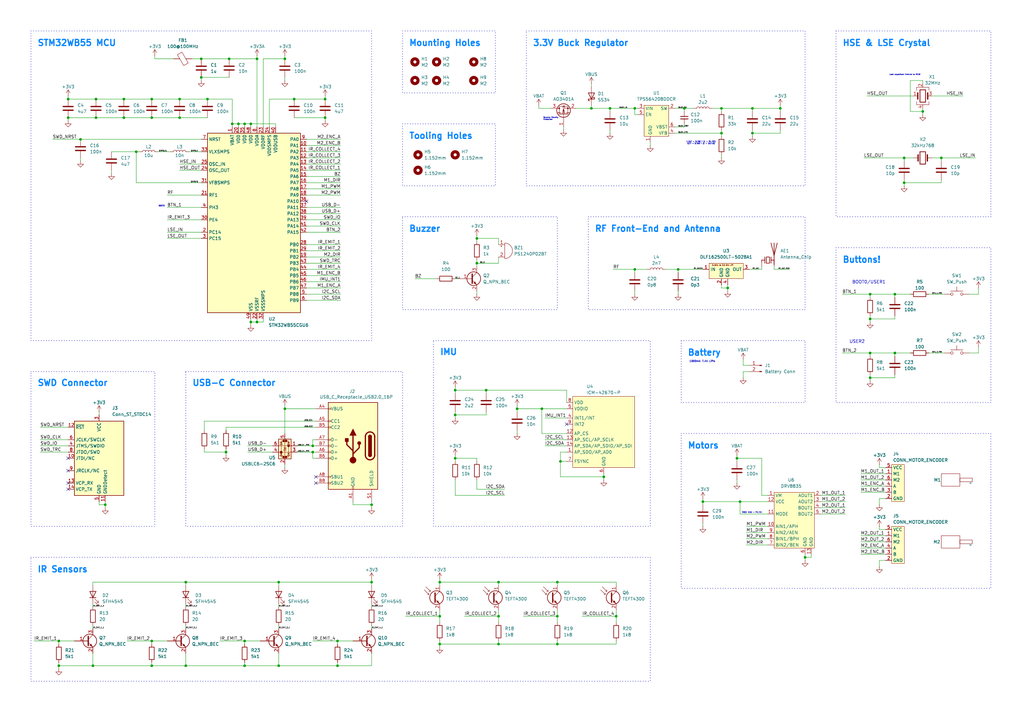
<source format=kicad_sch>
(kicad_sch (version 20231120) (generator "eeschema") (generator_version "8.0")
  (paper "A3")
  (title_block (title "MicroMouse") (rev "2"))
  (junction (at 367.03 144.78))
  (junction (at 229.87 189.23))
  (junction (at 186.69 187.96))
  (junction (at 330.2 228.6))
  (junction (at 295.91 44.45))
  (junction (at 116.84 167.64))
  (junction (at 212.09 167.64))
  (junction (at 39.37 40.64))
  (junction (at 356.87 144.78))
  (junction (at 222.25 167.64))
  (junction (at 186.69 160.02))
  (junction (at 128.27 182.88))
  (junction (at 228.6 252.73))
  (junction (at 308.61 44.45))
  (junction (at 180.34 264.16))
  (junction (at 288.29 205.74))
  (junction (at 138.43 262.89))
  (junction (at 85.09 40.64))
  (junction (at 320.04 44.45))
  (junction (at 280.67 44.45))
  (junction (at 260.35 44.45))
  (junction (at 138.43 273.05))
  (junction (at 33.02 57.15))
  (junction (at 39.37 48.26))
  (junction (at 76.2 238.76))
  (junction (at 370.84 64.77))
  (junction (at 152.4 238.76))
  (junction (at 250.19 44.45))
  (junction (at 180.34 238.76))
  (junction (at 228.6 264.16))
  (junction (at 27.94 48.26))
  (junction (at 24.13 262.89))
  (junction (at 195.58 107.95))
  (junction (at 62.23 40.64))
  (junction (at 92.71 185.42))
  (junction (at 133.35 40.64))
  (junction (at 73.66 40.64))
  (junction (at 62.23 262.89))
  (junction (at 105.41 24.13))
  (junction (at 43.18 207.01))
  (junction (at 252.73 252.73))
  (junction (at 82.55 24.13))
  (junction (at 370.84 74.93))
  (junction (at 100.33 262.89))
  (junction (at 186.69 170.18))
  (junction (at 152.4 207.01))
  (junction (at 204.47 264.16))
  (junction (at 100.33 273.05))
  (junction (at 356.87 154.94))
  (junction (at 247.65 195.58))
  (junction (at 356.87 120.65))
  (junction (at 95.25 50.8))
  (junction (at 242.57 44.45))
  (junction (at 180.34 252.73))
  (junction (at 204.47 238.76))
  (junction (at 27.94 40.64))
  (junction (at 386.08 64.77))
  (junction (at 298.45 118.11))
  (junction (at 199.39 160.02))
  (junction (at 82.55 31.75))
  (junction (at 97.79 50.8))
  (junction (at 76.2 273.05))
  (junction (at 62.23 273.05))
  (junction (at 204.47 252.73))
  (junction (at 24.13 273.05))
  (junction (at 308.61 54.61))
  (junction (at 303.53 205.74))
  (junction (at 128.27 185.42))
  (junction (at 114.3 238.76))
  (junction (at 120.65 40.64))
  (junction (at 278.13 110.49))
  (junction (at 116.84 24.13))
  (junction (at 228.6 238.76))
  (junction (at 50.8 40.64))
  (junction (at 38.1 273.05))
  (junction (at 133.35 48.26))
  (junction (at 260.35 110.49))
  (junction (at 102.87 50.8))
  (junction (at 114.3 273.05))
  (junction (at 102.87 132.08))
  (junction (at 367.03 120.65))
  (junction (at 356.87 130.81))
  (junction (at 302.26 187.96))
  (junction (at 62.23 48.26))
  (junction (at 50.8 48.26))
  (junction (at 93.98 24.13))
  (junction (at 73.66 48.26))
  (junction (at 55.88 62.23))
  (junction (at 100.33 50.8))
  (junction (at 105.41 132.08))
  (junction (at 378.46 45.72))
  (junction (at 295.91 54.61))
  (junction (at 195.58 97.79))
  (no_connect (at 232.41 173.99))
  (no_connect (at 27.94 193.04))
  (no_connect (at 27.94 187.96))
  (no_connect (at 129.54 195.58))
  (no_connect (at 27.94 198.12))
  (no_connect (at 125.73 82.55))
  (no_connect (at 27.94 200.66))
  (no_connect (at 129.54 198.12))
  (wire (pts (xy 129.54 180.34) (xy 128.27 180.34)))
  (wire (pts (xy 125.73 87.63) (xy 139.7 87.63)))
  (wire (pts (xy 353.06 199.39) (xy 363.22 199.39)))
  (wire (pts (xy 378.46 45.72) (xy 373.38 45.72)))
  (wire (pts (xy 288.29 205.74) (xy 303.53 205.74)))
  (wire (pts (xy 40.64 207.01) (xy 43.18 207.01)))
  (wire (pts (xy 346.71 208.28) (xy 336.55 208.28)))
  (wire (pts (xy 33.02 66.04) (xy 33.02 64.77)))
  (wire (pts (xy 367.03 129.54) (xy 367.03 130.81)))
  (wire (pts (xy 265.43 110.49) (xy 260.35 110.49)))
  (wire (pts (xy 266.7 59.69) (xy 266.7 58.42)))
  (wire (pts (xy 367.03 153.67) (xy 367.03 154.94)))
  (wire (pts (xy 370.84 64.77) (xy 374.65 64.77)))
  (wire (pts (xy 252.73 262.89) (xy 252.73 264.16)))
  (wire (pts (xy 40.64 168.91) (xy 40.64 170.18)))
  (wire (pts (xy 228.6 238.76) (xy 228.6 240.03)))
  (wire (pts (xy 78.74 24.13) (xy 82.55 24.13)))
  (wire (pts (xy 152.4 207.01) (xy 152.4 205.74)))
  (wire (pts (xy 204.47 264.16) (xy 228.6 264.16)))
  (wire (pts (xy 356.87 120.65) (xy 367.03 120.65)))
  (wire (pts (xy 180.34 250.19) (xy 180.34 252.73)))
  (wire (pts (xy 138.43 273.05) (xy 152.4 273.05)))
  (wire (pts (xy 100.33 273.05) (xy 114.3 273.05)))
  (wire (pts (xy 260.35 120.65) (xy 260.35 119.38)))
  (wire (pts (xy 242.57 44.45) (xy 250.19 44.45)))
  (wire (pts (xy 128.27 262.89) (xy 138.43 262.89)))
  (wire (pts (xy 204.47 252.73) (xy 204.47 255.27)))
  (wire (pts (xy 114.3 267.97) (xy 114.3 273.05)))
  (wire (pts (xy 195.58 109.22) (xy 195.58 107.95)))
  (wire (pts (xy 199.39 170.18) (xy 186.69 170.18)))
  (wire (pts (xy 16.51 185.42) (xy 27.94 185.42)))
  (wire (pts (xy 76.2 238.76) (xy 114.3 238.76)))
  (wire (pts (xy 228.6 264.16) (xy 252.73 264.16)))
  (wire (pts (xy 38.1 248.92) (xy 38.1 247.65)))
  (wire (pts (xy 228.6 252.73) (xy 214.63 252.73)))
  (wire (pts (xy 180.34 238.76) (xy 180.34 240.03)))
  (wire (pts (xy 223.52 171.45) (xy 232.41 171.45)))
  (wire (pts (xy 82.55 31.75) (xy 93.98 31.75)))
  (wire (pts (xy 125.73 107.95) (xy 139.7 107.95)))
  (wire (pts (xy 63.5 22.86) (xy 63.5 24.13)))
  (wire (pts (xy 252.73 250.19) (xy 252.73 252.73)))
  (wire (pts (xy 252.73 238.76) (xy 252.73 240.03)))
  (wire (pts (xy 152.4 267.97) (xy 152.4 273.05)))
  (wire (pts (xy 353.06 224.79) (xy 363.22 224.79)))
  (wire (pts (xy 125.73 120.65) (xy 139.7 120.65)))
  (wire (pts (xy 43.18 207.01) (xy 43.18 205.74)))
  (wire (pts (xy 100.33 50.8) (xy 100.33 52.07)))
  (wire (pts (xy 278.13 110.49) (xy 288.29 110.49)))
  (wire (pts (xy 38.1 256.54) (xy 38.1 257.81)))
  (wire (pts (xy 27.94 48.26) (xy 39.37 48.26)))
  (wire (pts (xy 97.79 50.8) (xy 97.79 52.07)))
  (wire (pts (xy 273.05 110.49) (xy 278.13 110.49)))
  (wire (pts (xy 138.43 273.05) (xy 138.43 271.78)))
  (wire (pts (xy 92.71 185.42) (xy 83.82 185.42)))
  (wire (pts (xy 260.35 44.45) (xy 261.62 44.45)))
  (wire (pts (xy 55.88 62.23) (xy 57.15 62.23)))
  (wire (pts (xy 354.33 64.77) (xy 370.84 64.77)))
  (wire (pts (xy 228.6 238.76) (xy 252.73 238.76)))
  (wire (pts (xy 295.91 53.34) (xy 295.91 54.61)))
  (wire (pts (xy 304.8 147.32) (xy 304.8 149.86)))
  (wire (pts (xy 16.51 175.26) (xy 27.94 175.26)))
  (wire (pts (xy 252.73 252.73) (xy 252.73 255.27)))
  (wire (pts (xy 320.04 44.45) (xy 320.04 43.18)))
  (wire (pts (xy 360.68 217.17) (xy 363.22 217.17)))
  (wire (pts (xy 120.65 40.64) (xy 133.35 40.64)))
  (wire (pts (xy 95.25 50.8) (xy 95.25 52.07)))
  (wire (pts (xy 247.65 196.85) (xy 247.65 195.58)))
  (wire (pts (xy 360.68 229.87) (xy 363.22 229.87)))
  (wire (pts (xy 220.98 44.45) (xy 226.06 44.45)))
  (wire (pts (xy 304.8 149.86) (xy 307.34 149.86)))
  (wire (pts (xy 93.98 24.13) (xy 105.41 24.13)))
  (wire (pts (xy 38.1 267.97) (xy 38.1 273.05)))
  (wire (pts (xy 356.87 154.94) (xy 356.87 153.67)))
  (wire (pts (xy 250.19 44.45) (xy 250.19 45.72)))
  (wire (pts (xy 330.2 228.6) (xy 330.2 229.87)))
  (wire (pts (xy 152.4 248.92) (xy 152.4 247.65)))
  (wire (pts (xy 133.35 39.37) (xy 133.35 40.64)))
  (wire (pts (xy 280.67 45.72) (xy 280.67 44.45)))
  (wire (pts (xy 355.6 39.37) (xy 374.65 39.37)))
  (wire (pts (xy 125.73 67.31) (xy 139.7 67.31)))
  (wire (pts (xy 199.39 160.02) (xy 199.39 161.29)))
  (wire (pts (xy 21.59 57.15) (xy 33.02 57.15)))
  (wire (pts (xy 320.04 44.45) (xy 320.04 45.72)))
  (wire (pts (xy 100.33 262.89) (xy 106.68 262.89)))
  (wire (pts (xy 367.03 130.81) (xy 356.87 130.81)))
  (wire (pts (xy 180.34 252.73) (xy 166.37 252.73)))
  (wire (pts (xy 186.69 114.3) (xy 187.96 114.3)))
  (wire (pts (xy 345.44 120.65) (xy 356.87 120.65)))
  (wire (pts (xy 204.47 262.89) (xy 204.47 264.16)))
  (wire (pts (xy 312.42 110.49) (xy 307.34 110.49)))
  (wire (pts (xy 180.34 238.76) (xy 204.47 238.76)))
  (wire (pts (xy 125.73 62.23) (xy 139.7 62.23)))
  (wire (pts (xy 302.26 187.96) (xy 312.42 187.96)))
  (wire (pts (xy 363.22 222.25) (xy 353.06 222.25)))
  (wire (pts (xy 298.45 119.38) (xy 298.45 118.11)))
  (wire (pts (xy 76.2 238.76) (xy 76.2 240.03)))
  (wire (pts (xy 302.26 186.69) (xy 302.26 187.96)))
  (wire (pts (xy 62.23 262.89) (xy 68.58 262.89)))
  (wire (pts (xy 276.86 54.61) (xy 295.91 54.61)))
  (wire (pts (xy 228.6 250.19) (xy 228.6 252.73)))
  (wire (pts (xy 204.47 252.73) (xy 190.5 252.73)))
  (wire (pts (xy 314.96 218.44) (xy 306.07 218.44)))
  (wire (pts (xy 378.46 46.99) (xy 378.46 45.72)))
  (wire (pts (xy 220.98 43.18) (xy 220.98 44.45)))
  (wire (pts (xy 247.65 195.58) (xy 247.65 194.31)))
  (wire (pts (xy 125.73 85.09) (xy 139.7 85.09)))
  (wire (pts (xy 62.23 264.16) (xy 62.23 262.89)))
  (wire (pts (xy 242.57 34.29) (xy 242.57 35.56)))
  (wire (pts (xy 382.27 64.77) (xy 386.08 64.77)))
  (wire (pts (xy 360.68 207.01) (xy 360.68 204.47)))
  (wire (pts (xy 360.68 204.47) (xy 363.22 204.47)))
  (wire (pts (xy 312.42 109.22) (xy 312.42 110.49)))
  (wire (pts (xy 207.01 200.66) (xy 195.58 200.66)))
  (wire (pts (xy 232.41 160.02) (xy 232.41 165.1)))
  (wire (pts (xy 356.87 144.78) (xy 367.03 144.78)))
  (wire (pts (xy 139.7 110.49) (xy 125.73 110.49)))
  (wire (pts (xy 128.27 182.88) (xy 121.92 182.88)))
  (wire (pts (xy 330.2 227.33) (xy 330.2 228.6)))
  (wire (pts (xy 82.55 97.79) (xy 68.58 97.79)))
  (wire (pts (xy 353.06 194.31) (xy 363.22 194.31)))
  (wire (pts (xy 180.34 262.89) (xy 180.34 264.16)))
  (wire (pts (xy 186.69 158.75) (xy 186.69 160.02)))
  (wire (pts (xy 68.58 85.09) (xy 82.55 85.09)))
  (wire (pts (xy 125.73 105.41) (xy 139.7 105.41)))
  (wire (pts (xy 346.71 203.2) (xy 336.55 203.2)))
  (wire (pts (xy 336.55 210.82) (xy 346.71 210.82)))
  (wire (pts (xy 280.67 44.45) (xy 284.48 44.45)))
  (wire (pts (xy 62.23 273.05) (xy 62.23 271.78)))
  (wire (pts (xy 295.91 44.45) (xy 295.91 45.72)))
  (wire (pts (xy 330.2 228.6) (xy 332.74 228.6)))
  (wire (pts (xy 204.47 100.33) (xy 204.47 97.79)))
  (wire (pts (xy 247.65 195.58) (xy 229.87 195.58)))
  (wire (pts (xy 232.41 182.88) (xy 223.52 182.88)))
  (wire (pts (xy 204.47 107.95) (xy 204.47 105.41)))
  (wire (pts (xy 381 120.65) (xy 387.35 120.65)))
  (wire (pts (xy 129.54 167.64) (xy 116.84 167.64)))
  (wire (pts (xy 76.2 273.05) (xy 100.33 273.05)))
  (wire (pts (xy 102.87 50.8) (xy 100.33 50.8)))
  (wire (pts (xy 152.4 256.54) (xy 152.4 257.81)))
  (wire (pts (xy 232.41 180.34) (xy 223.52 180.34)))
  (wire (pts (xy 302.26 196.85) (xy 302.26 198.12)))
  (wire (pts (xy 139.7 113.03) (xy 125.73 113.03)))
  (wire (pts (xy 280.67 50.8) (xy 280.67 52.07)))
  (wire (pts (xy 116.84 191.77) (xy 116.84 190.5)))
  (wire (pts (xy 370.84 66.04) (xy 370.84 64.77)))
  (wire (pts (xy 114.3 238.76) (xy 114.3 240.03)))
  (wire (pts (xy 228.6 262.89) (xy 228.6 264.16)))
  (wire (pts (xy 312.42 187.96) (xy 312.42 203.2)))
  (wire (pts (xy 186.69 187.96) (xy 186.69 189.23)))
  (wire (pts (xy 288.29 214.63) (xy 288.29 215.9)))
  (wire (pts (xy 55.88 74.93) (xy 82.55 74.93)))
  (wire (pts (xy 139.7 72.39) (xy 125.73 72.39)))
  (wire (pts (xy 381 144.78) (xy 387.35 144.78)))
  (wire (pts (xy 27.94 39.37) (xy 27.94 40.64)))
  (wire (pts (xy 43.18 208.28) (xy 43.18 207.01)))
  (wire (pts (xy 278.13 110.49) (xy 278.13 111.76)))
  (wire (pts (xy 180.34 264.16) (xy 204.47 264.16)))
  (wire (pts (xy 232.41 177.8) (xy 222.25 177.8)))
  (wire (pts (xy 186.69 160.02) (xy 199.39 160.02)))
  (wire (pts (xy 125.73 74.93) (xy 139.7 74.93)))
  (wire (pts (xy 92.71 175.26) (xy 129.54 175.26)))
  (wire (pts (xy 77.47 62.23) (xy 82.55 62.23)))
  (wire (pts (xy 186.69 171.45) (xy 186.69 170.18)))
  (wire (pts (xy 276.86 52.07) (xy 280.67 52.07)))
  (wire (pts (xy 199.39 160.02) (xy 232.41 160.02)))
  (wire (pts (xy 260.35 46.99) (xy 261.62 46.99)))
  (wire (pts (xy 170.18 114.3) (xy 179.07 114.3)))
  (wire (pts (xy 378.46 45.72) (xy 378.46 44.45)))
  (wire (pts (xy 260.35 110.49) (xy 260.35 111.76)))
  (wire (pts (xy 231.14 53.34) (xy 231.14 52.07)))
  (wire (pts (xy 116.84 22.86) (xy 116.84 24.13)))
  (wire (pts (xy 276.86 44.45) (xy 280.67 44.45)))
  (wire (pts (xy 356.87 156.21) (xy 356.87 154.94)))
  (wire (pts (xy 100.33 50.8) (xy 97.79 50.8)))
  (wire (pts (xy 308.61 54.61) (xy 320.04 54.61)))
  (wire (pts (xy 68.58 95.25) (xy 82.55 95.25)))
  (wire (pts (xy 229.87 189.23) (xy 229.87 195.58)))
  (wire (pts (xy 212.09 167.64) (xy 212.09 168.91)))
  (wire (pts (xy 386.08 64.77) (xy 400.05 64.77)))
  (wire (pts (xy 212.09 166.37) (xy 212.09 167.64)))
  (wire (pts (xy 105.41 22.86) (xy 105.41 24.13)))
  (wire (pts (xy 107.95 130.81) (xy 107.95 132.08)))
  (wire (pts (xy 129.54 187.96) (xy 128.27 187.96)))
  (wire (pts (xy 204.47 97.79) (xy 195.58 97.79)))
  (wire (pts (xy 363.22 227.33) (xy 353.06 227.33)))
  (wire (pts (xy 242.57 43.18) (xy 242.57 44.45)))
  (wire (pts (xy 186.69 168.91) (xy 186.69 170.18)))
  (wire (pts (xy 250.19 44.45) (xy 260.35 44.45)))
  (wire (pts (xy 50.8 48.26) (xy 62.23 48.26)))
  (wire (pts (xy 378.46 33.02) (xy 378.46 34.29)))
  (wire (pts (xy 252.73 252.73) (xy 238.76 252.73)))
  (wire (pts (xy 114.3 273.05) (xy 138.43 273.05)))
  (wire (pts (xy 107.95 132.08) (xy 105.41 132.08)))
  (wire (pts (xy 125.73 57.15) (xy 139.7 57.15)))
  (wire (pts (xy 356.87 146.05) (xy 356.87 144.78)))
  (wire (pts (xy 39.37 40.64) (xy 50.8 40.64)))
  (wire (pts (xy 116.84 166.37) (xy 116.84 167.64)))
  (wire (pts (xy 50.8 40.64) (xy 62.23 40.64)))
  (wire (pts (xy 125.73 64.77) (xy 139.7 64.77)))
  (wire (pts (xy 278.13 120.65) (xy 278.13 119.38)))
  (wire (pts (xy 292.1 44.45) (xy 295.91 44.45)))
  (wire (pts (xy 317.5 110.49) (xy 323.85 110.49)))
  (wire (pts (xy 195.58 189.23) (xy 195.58 187.96)))
  (wire (pts (xy 113.03 52.07) (xy 113.03 50.8)))
  (wire (pts (xy 24.13 274.32) (xy 24.13 273.05)))
  (wire (pts (xy 55.88 62.23) (xy 55.88 74.93)))
  (wire (pts (xy 295.91 64.77) (xy 295.91 63.5)))
  (wire (pts (xy 386.08 74.93) (xy 386.08 73.66)))
  (wire (pts (xy 363.22 196.85) (xy 353.06 196.85)))
  (wire (pts (xy 110.49 40.64) (xy 110.49 52.07)))
  (wire (pts (xy 199.39 168.91) (xy 199.39 170.18)))
  (wire (pts (xy 85.09 40.64) (xy 95.25 40.64)))
  (wire (pts (xy 13.97 262.89) (xy 24.13 262.89)))
  (wire (pts (xy 222.25 167.64) (xy 232.41 167.64)))
  (wire (pts (xy 370.84 74.93) (xy 370.84 76.2)))
  (wire (pts (xy 16.51 180.34) (xy 27.94 180.34)))
  (wire (pts (xy 62.23 48.26) (xy 73.66 48.26)))
  (wire (pts (xy 367.03 144.78) (xy 367.03 146.05)))
  (wire (pts (xy 229.87 185.42) (xy 229.87 189.23)))
  (wire (pts (xy 45.72 71.12) (xy 45.72 69.85)))
  (wire (pts (xy 370.84 74.93) (xy 386.08 74.93)))
  (wire (pts (xy 152.4 207.01) (xy 144.78 207.01)))
  (wire (pts (xy 345.44 144.78) (xy 356.87 144.78)))
  (wire (pts (xy 138.43 264.16) (xy 138.43 262.89)))
  (wire (pts (xy 308.61 44.45) (xy 295.91 44.45)))
  (wire (pts (xy 111.76 182.88) (xy 101.6 182.88)))
  (wire (pts (xy 125.73 118.11) (xy 139.7 118.11)))
  (wire (pts (xy 303.53 210.82) (xy 314.96 210.82)))
  (wire (pts (xy 128.27 180.34) (xy 128.27 182.88)))
  (wire (pts (xy 125.73 77.47) (xy 139.7 77.47)))
  (wire (pts (xy 73.66 67.31) (xy 82.55 67.31)))
  (wire (pts (xy 82.55 69.85) (xy 73.66 69.85)))
  (wire (pts (xy 360.68 232.41) (xy 360.68 229.87)))
  (wire (pts (xy 152.4 208.28) (xy 152.4 207.01)))
  (wire (pts (xy 336.55 205.74) (xy 346.71 205.74)))
  (wire (pts (xy 186.69 186.69) (xy 186.69 187.96)))
  (wire (pts (xy 116.84 33.02) (xy 116.84 31.75)))
  (wire (pts (xy 317.5 109.22) (xy 317.5 110.49)))
  (wire (pts (xy 128.27 185.42) (xy 121.92 185.42)))
  (wire (pts (xy 62.23 273.05) (xy 76.2 273.05)))
  (wire (pts (xy 102.87 130.81) (xy 102.87 132.08)))
  (wire (pts (xy 195.58 200.66) (xy 195.58 196.85)))
  (wire (pts (xy 24.13 273.05) (xy 24.13 271.78)))
  (wire (pts (xy 207.01 203.2) (xy 186.69 203.2)))
  (wire (pts (xy 62.23 40.64) (xy 73.66 40.64)))
  (wire (pts (xy 295.91 116.84) (xy 295.91 118.11)))
  (wire (pts (xy 260.35 44.45) (xy 260.35 46.99)))
  (wire (pts (xy 144.78 207.01) (xy 144.78 205.74)))
  (wire (pts (xy 180.34 264.16) (xy 180.34 265.43)))
  (wire (pts (xy 401.32 142.24) (xy 401.32 144.78)))
  (wire (pts (xy 295.91 118.11) (xy 298.45 118.11)))
  (wire (pts (xy 125.73 90.17) (xy 139.7 90.17)))
  (wire (pts (xy 128.27 187.96) (xy 128.27 185.42)))
  (wire (pts (xy 39.37 48.26) (xy 50.8 48.26)))
  (wire (pts (xy 92.71 176.53) (xy 92.71 175.26)))
  (wire (pts (xy 24.13 262.89) (xy 30.48 262.89)))
  (wire (pts (xy 401.32 120.65) (xy 397.51 120.65)))
  (wire (pts (xy 125.73 69.85) (xy 139.7 69.85)))
  (wire (pts (xy 367.03 120.65) (xy 367.03 121.92)))
  (wire (pts (xy 288.29 205.74) (xy 288.29 207.01)))
  (wire (pts (xy 195.58 107.95) (xy 204.47 107.95)))
  (wire (pts (xy 298.45 118.11) (xy 298.45 116.84)))
  (wire (pts (xy 360.68 215.9) (xy 360.68 217.17)))
  (wire (pts (xy 27.94 182.88) (xy 16.51 182.88)))
  (wire (pts (xy 82.55 31.75) (xy 82.55 33.02)))
  (wire (pts (xy 222.25 177.8) (xy 222.25 167.64)))
  (wire (pts (xy 133.35 48.26) (xy 133.35 49.53)))
  (wire (pts (xy 45.72 62.23) (xy 55.88 62.23)))
  (wire (pts (xy 107.95 52.07) (xy 107.95 24.13)))
  (wire (pts (xy 373.38 120.65) (xy 367.03 120.65)))
  (wire (pts (xy 52.07 262.89) (xy 62.23 262.89)))
  (wire (pts (xy 232.41 185.42) (xy 229.87 185.42)))
  (wire (pts (xy 64.77 62.23) (xy 69.85 62.23)))
  (wire (pts (xy 90.17 262.89) (xy 100.33 262.89)))
  (wire (pts (xy 83.82 172.72) (xy 129.54 172.72)))
  (wire (pts (xy 251.46 110.49) (xy 260.35 110.49)))
  (wire (pts (xy 105.41 52.07) (xy 105.41 24.13)))
  (wire (pts (xy 27.94 40.64) (xy 39.37 40.64)))
  (wire (pts (xy 401.32 144.78) (xy 397.51 144.78)))
  (wire (pts (xy 125.73 115.57) (xy 139.7 115.57)))
  (wire (pts (xy 68.58 80.01) (xy 82.55 80.01)))
  (wire (pts (xy 332.74 228.6) (xy 332.74 227.33)))
  (wire (pts (xy 100.33 273.05) (xy 100.33 271.78)))
  (wire (pts (xy 128.27 185.42) (xy 129.54 185.42)))
  (wire (pts (xy 68.58 90.17) (xy 82.55 90.17)))
  (wire (pts (xy 38.1 273.05) (xy 62.23 273.05)))
  (wire (pts (xy 312.42 203.2) (xy 314.96 203.2)))
  (wire (pts (xy 102.87 132.08) (xy 102.87 133.35)))
  (wire (pts (xy 120.65 48.26) (xy 133.35 48.26)))
  (wire (pts (xy 373.38 144.78) (xy 367.03 144.78)))
  (wire (pts (xy 303.53 210.82) (xy 303.53 205.74)))
  (wire (pts (xy 95.25 40.64) (xy 95.25 50.8)))
  (wire (pts (xy 125.73 92.71) (xy 139.7 92.71)))
  (wire (pts (xy 370.84 73.66) (xy 370.84 74.93)))
  (wire (pts (xy 356.87 132.08) (xy 356.87 130.81)))
  (wire (pts (xy 186.69 160.02) (xy 186.69 161.29)))
  (wire (pts (xy 308.61 54.61) (xy 308.61 53.34)))
  (wire (pts (xy 306.07 215.9) (xy 314.96 215.9)))
  (wire (pts (xy 100.33 264.16) (xy 100.33 262.89)))
  (wire (pts (xy 24.13 273.05) (xy 38.1 273.05)))
  (wire (pts (xy 120.65 40.64) (xy 110.49 40.64)))
  (wire (pts (xy 27.94 49.53) (xy 27.94 48.26)))
  (wire (pts (xy 180.34 252.73) (xy 180.34 255.27)))
  (wire (pts (xy 204.47 238.76) (xy 228.6 238.76)))
  (wire (pts (xy 76.2 267.97) (xy 76.2 273.05)))
  (wire (pts (xy 304.8 152.4) (xy 307.34 152.4)))
  (wire (pts (xy 33.02 57.15) (xy 82.55 57.15)))
  (wire (pts (xy 73.66 40.64) (xy 85.09 40.64)))
  (wire (pts (xy 129.54 182.88) (xy 128.27 182.88)))
  (wire (pts (xy 373.38 45.72) (xy 373.38 33.02)))
  (wire (pts (xy 353.06 219.71) (xy 363.22 219.71)))
  (wire (pts (xy 195.58 107.95) (xy 195.58 106.68)))
  (wire (pts (xy 356.87 121.92) (xy 356.87 120.65)))
  (wire (pts (xy 308.61 55.88) (xy 308.61 54.61)))
  (wire (pts (xy 360.68 191.77) (xy 363.22 191.77)))
  (wire (pts (xy 204.47 238.76) (xy 204.47 240.03)))
  (wire (pts (xy 114.3 248.92) (xy 114.3 247.65)))
  (wire (pts (xy 320.04 54.61) (xy 320.04 53.34)))
  (wire (pts (xy 107.95 24.13) (xy 116.84 24.13)))
  (wire (pts (xy 373.38 33.02) (xy 378.46 33.02)))
  (wire (pts (xy 195.58 97.79) (xy 195.58 99.06)))
  (wire (pts (xy 360.68 190.5) (xy 360.68 191.77)))
  (wire (pts (xy 105.41 132.08) (xy 105.41 130.81)))
  (wire (pts (xy 83.82 176.53) (xy 83.82 172.72)))
  (wire (pts (xy 232.41 189.23) (xy 229.87 189.23)))
  (wire (pts (xy 139.7 95.25) (xy 125.73 95.25)))
  (wire (pts (xy 97.79 50.8) (xy 95.25 50.8)))
  (wire (pts (xy 114.3 256.54) (xy 114.3 257.81)))
  (wire (pts (xy 180.34 237.49) (xy 180.34 238.76)))
  (wire (pts (xy 40.64 205.74) (xy 40.64 207.01)))
  (wire (pts (xy 186.69 203.2) (xy 186.69 196.85)))
  (wire (pts (xy 303.53 205.74) (xy 314.96 205.74)))
  (wire (pts (xy 138.43 262.89) (xy 144.78 262.89)))
  (wire (pts (xy 38.1 238.76) (xy 76.2 238.76)))
  (wire (pts (xy 236.22 44.45) (xy 242.57 44.45)))
  (wire (pts (xy 367.03 154.94) (xy 356.87 154.94)))
  (wire (pts (xy 295.91 54.61) (xy 295.91 55.88)))
  (wire (pts (xy 401.32 118.11) (xy 401.32 120.65)))
  (wire (pts (xy 204.47 250.19) (xy 204.47 252.73)))
  (wire (pts (xy 116.84 167.64) (xy 116.84 177.8)))
  (wire (pts (xy 92.71 185.42) (xy 92.71 184.15)))
  (wire (pts (xy 363.22 201.93) (xy 353.06 201.93)))
  (wire (pts (xy 114.3 238.76) (xy 152.4 238.76)))
  (wire (pts (xy 102.87 132.08) (xy 105.41 132.08)))
  (wire (pts (xy 306.07 220.98) (xy 314.96 220.98)))
  (wire (pts (xy 63.5 24.13) (xy 71.12 24.13)))
  (wire (pts (xy 356.87 130.81) (xy 356.87 129.54)))
  (wire (pts (xy 83.82 185.42) (xy 83.82 184.15)))
  (wire (pts (xy 125.73 102.87) (xy 139.7 102.87)))
  (wire (pts (xy 212.09 167.64) (xy 222.25 167.64)))
  (wire (pts (xy 386.08 64.77) (xy 386.08 66.04)))
  (wire (pts (xy 308.61 45.72) (xy 308.61 44.45)))
  (wire (pts (xy 288.29 204.47) (xy 288.29 205.74)))
  (wire (pts (xy 382.27 39.37) (xy 394.97 39.37)))
  (wire (pts (xy 308.61 44.45) (xy 320.04 44.45)))
  (wire (pts (xy 314.96 223.52) (xy 306.07 223.52)))
  (wire (pts (xy 76.2 256.54) (xy 76.2 257.81)))
  (wire (pts (xy 24.13 264.16) (xy 24.13 262.89)))
  (wire (pts (xy 38.1 238.76) (xy 38.1 240.03)))
  (wire (pts (xy 92.71 186.69) (xy 92.71 185.42)))
  (wire (pts (xy 212.09 177.8) (xy 212.09 176.53)))
  (wire (pts (xy 76.2 248.92) (xy 76.2 247.65)))
  (wire (pts (xy 102.87 50.8) (xy 102.87 52.07)))
  (wire (pts (xy 195.58 187.96) (xy 186.69 187.96)))
  (wire (pts (xy 304.8 154.94) (xy 304.8 152.4)))
  (wire (pts (xy 152.4 237.49) (xy 152.4 238.76)))
  (wire (pts (xy 250.19 54.61) (xy 250.19 53.34)))
  (wire (pts (xy 195.58 120.65) (xy 195.58 119.38)))
  (wire (pts (xy 82.55 24.13) (xy 93.98 24.13)))
  (wire (pts (xy 73.66 48.26) (xy 85.09 48.26)))
  (wire (pts (xy 125.73 80.01) (xy 139.7 80.01)))
  (wire (pts (xy 195.58 97.79) (xy 195.58 96.52)))
  (wire (pts (xy 111.76 185.42) (xy 101.6 185.42)))
  (wire (pts (xy 125.73 100.33) (xy 139.7 100.33)))
  (wire (pts (xy 125.73 59.69) (xy 139.7 59.69)))
  (wire (pts (xy 302.26 187.96) (xy 302.26 189.23)))
  (wire (pts (xy 139.7 123.19) (xy 125.73 123.19)))
  (wire (pts (xy 228.6 252.73) (xy 228.6 255.27)))
  (wire (pts (xy 152.4 238.76) (xy 152.4 240.03)))
  (wire (pts (xy 113.03 50.8) (xy 102.87 50.8)))
  (rectangle (start 342.9 101.6) (end 406.4 165.1) (stroke (width 0.25) (type dot)))
  (rectangle (start 165.1 50.8) (end 203.2 76.2) (stroke (width 0.25) (type dot)))
  (rectangle (start 342.9 12.7) (end 406.4 88.9) (stroke (width 0.25) (type dot)))
  (rectangle (start 177.8 139.7) (end 266.7 215.9) (stroke (width 0.25) (type dot)))
  (rectangle (start 241.3 88.9) (end 330.2 127) (stroke (width 0.25) (type dot)))
  (rectangle (start 165.1 12.7) (end 203.2 38.1) (stroke (width 0.25) (type dot)))
  (rectangle (start 279.4 139.7) (end 330.2 165.1) (stroke (width 0.25) (type dot)))
  (rectangle (start 12.7 12.7) (end 152.4 139.7) (stroke (width 0.25) (type dot)))
  (rectangle (start 76.2 152.4) (end 165.1 215.9) (stroke (width 0.25) (type dot)))
  (rectangle (start 165.1 88.9) (end 228.6 127) (stroke (width 0.25) (type dot)))
  (rectangle (start 279.4 177.8) (end 406.4 241.3) (stroke (width 0.25) (type dot)))
  (rectangle (start 12.7 228.6) (end 266.7 279.4) (stroke (width 0.25) (type dot)))
  (rectangle (start 215.9 12.7) (end 330.2 76.2) (stroke (width 0.25) (type dot)))
  (rectangle (start 12.7 152.4) (end 63.5 215.9) (stroke (width 0.25) (type dot)))
  (text "Buzzer" (at 167.64 93.98 0) (effects (font (size 2.5 2.5) (thickness 0.5) (bold yes)) (justify left)))
  (text "SWD Connector" (at 15.24 157.226 0) (effects (font (size 2.5 2.5) (thickness 0.5) (bold yes)) (justify left)))
  (text "BOOT0/USER1" (at 356.362 115.824 0) (effects (font (size 1.27 1.27))))
  (text "Tooling Holes" (at 167.64 55.88 0) (effects (font (size 2.5 2.5) (thickness 0.5) (bold yes)) (justify left)))
  (text "RF Front-End and Antenna" (at 243.84 93.98 0) (effects (font (size 2.5 2.5) (thickness 0.5) (bold yes)) (justify left)))
  (text "IR Sensors" (at 15.24 233.68 0) (effects (font (size 2.5 2.5) (thickness 0.5) (bold yes)) (justify left)))
  (text "USB-C Connector" (at 78.74 157.226 0) (effects (font (size 2.5 2.5) (thickness 0.5) (bold yes)) (justify left)))
  (text "Buttons!" (at 345.44 106.68 0) (effects (font (size 2.5 2.5) (thickness 0.5) (bold yes)) (justify left)))
  (text "Reverse Polarity\nProtection" (at 222.758 48.768 0) (effects (font (size 0.5 0.5)) (justify left)))
  (text "STM32WB55 MCU" (at 15.24 17.78 0) (effects (font (size 2.5 2.5) (thickness 0.5) (bold yes)) (justify left)))
  (text "V_OUT = 0.760 * (1 + R1/R2)\n3.27 = 0.760 * (1 + 33/10)" (at 287.528 58.674 0) (effects (font (size 0.5 0.5))))
  (text "HSE & LSE Crystal" (at 345.44 17.78 0) (effects (font (size 2.5 2.5) (thickness 0.5) (bold yes)) (justify left)))
  (text "IMU" (at 180.34 144.526 0) (effects (font (size 2.5 2.5) (thickness 0.5) (bold yes)) (justify left)))
  (text "3.3V Buck Regulator" (at 218.44 17.78 0) (effects (font (size 2.5 2.5) (thickness 0.5) (bold yes)) (justify left)))
  (text "MODE HIGH = PH/EN" (at 308.356 210.312 0) (effects (font (size 0.5 0.5))))
  (text "1000mA 7.4V LiPo" (at 282.702 148.336 0) (effects (font (size 0.75 0.75)) (justify left)))
  (text "Motors" (at 281.94 182.88 0) (effects (font (size 2.5 2.5) (thickness 0.5) (bold yes)) (justify left)))
  (text "Mounting Holes" (at 167.64 17.78 0) (effects (font (size 2.5 2.5) (thickness 0.5) (bold yes)) (justify left)))
  (text "Battery" (at 281.94 144.78 0) (effects (font (size 2.5 2.5) (thickness 0.5) (bold yes)) (justify left)))
  (text "USER2" (at 351.536 140.208 0) (effects (font (size 1.27 1.27))))
  (text "BOOT0" (at 66.294 84.582 0) (effects (font (size 0.5 0.5))))
  (text "Load capacitors internal to MCU!" (at 371.094 30.734 0) (effects (font (size 0.5 0.5))))
  (label "LSE_OUT" (at 354.33 64.77 0))
  (label "IR_COLLECT_2" (at 190.5 252.73 0))
  (label "IR_EMIT_1_2" (at 38.1 248.92 0) (effects (font (size 0.5 0.5))))
  (label "I2C_SDA" (at 139.7 123.19 180))
  (label "M1_DIR" (at 139.7 74.93 180))
  (label "M1_OUT_1" (at 346.71 203.2 180))
  (label "BUCK_VFB" (at 278.13 54.61 0) (effects (font (size 0.5 0.5))))
  (label "USB_D+" (at 101.6 185.42 0))
  (label "BTN_1" (at 345.44 120.65 0))
  (label "BZ" (at 170.18 114.3 0))
  (label "LSE_IN" (at 400.05 64.77 180))
  (label "RF" (at 68.58 80.01 0))
  (label "BTN_2" (at 345.44 144.78 0))
  (label "BUCK_IN" (at 254 44.45 0) (effects (font (size 0.5 0.5))))
  (label "M2_ENC_A" (at 139.7 57.15 180))
  (label "M1_PWM" (at 306.07 215.9 0))
  (label "SMPSLXL" (at 68.58 62.23 180) (effects (font (size 0.5 0.5))))
  (label "IR_EMIT_2" (at 52.07 262.89 0))
  (label "BTN_1_PRE" (at 382.27 120.65 0) (effects (font (size 0.5 0.5))))
  (label "M2_OUT_2" (at 346.71 210.82 180))
  (label "LSE_IN" (at 68.58 95.25 0))
  (label "BZ" (at 139.7 72.39 180))
  (label "I2C_SDA" (at 223.52 182.88 0))
  (label "SWD_CLK" (at 16.51 180.34 0))
  (label "RF_ANT" (at 308.61 110.49 0) (effects (font (size 0.5 0.5))))
  (label "M2_DIR" (at 139.7 105.41 180))
  (label "IR_EMIT_1" (at 13.97 262.89 0))
  (label "M2_ENC_A" (at 353.06 224.79 0))
  (label "IR_EMIT_1_1" (at 38.1 257.81 0) (effects (font (size 0.5 0.5))))
  (label "M1_ENC_A" (at 353.06 199.39 0))
  (label "IR_EMIT_2_1" (at 76.2 257.81 0) (effects (font (size 0.5 0.5))))
  (label "IR_EMIT_4" (at 139.7 110.49 180))
  (label "USB_CC1" (at 128.27 172.72 180) (effects (font (size 0.5 0.5))))
  (label "SMPSLX" (at 81.28 62.23 180) (effects (font (size 0.5 0.5))))
  (label "M2_ENC_B" (at 139.7 59.69 180))
  (label "M2_OUT_2" (at 353.06 222.25 0))
  (label "I2C_SCL" (at 139.7 120.65 180))
  (label "SWD_CLK" (at 139.7 92.71 180))
  (label "SWD_TRC" (at 139.7 107.95 180))
  (label "HSE_OUT" (at 355.6 39.37 0))
  (label "IR_EMIT_4" (at 128.27 262.89 0))
  (label "HSE_IN" (at 394.97 39.37 180))
  (label "RF_ANT_PAD" (at 323.85 110.49 180) (effects (font (size 0.5 0.5))))
  (label "RF_MATCH" (at 284.48 110.49 0) (effects (font (size 0.5 0.5))))
  (label "IR_EMIT_3" (at 90.17 262.89 0))
  (label "USB_D-_PRE" (at 127 182.88 180) (effects (font (size 0.5 0.5))))
  (label "M2_DIR" (at 306.07 223.52 0))
  (label "IR_COLLECT_4" (at 238.76 252.73 0))
  (label "BZ_1" (at 186.69 114.3 0) (effects (font (size 0.5 0.5))))
  (label "IR_EMIT_2_2" (at 76.2 248.92 0) (effects (font (size 0.5 0.5))))
  (label "M2_PWM" (at 306.07 220.98 0))
  (label "IR_EMIT_2" (at 139.7 102.87 180))
  (label "IR_EMIT_3_2" (at 114.3 248.92 0) (effects (font (size 0.5 0.5))))
  (label "USB_D+" (at 139.7 87.63 180))
  (label "M1_OUT_2" (at 346.71 205.74 180))
  (label "IR_COLLECT_3" (at 139.7 64.77 180))
  (label "BZ_2" (at 196.85 107.95 0) (effects (font (size 0.5 0.5))))
  (label "IR_COLLECT_4" (at 139.7 62.23 180))
  (label "IR_EMIT_3_1" (at 114.3 257.81 0) (effects (font (size 0.5 0.5))))
  (label "SWD_IO" (at 16.51 182.88 0))
  (label "HSE_IN" (at 73.66 67.31 0))
  (label "M2_PWM" (at 139.7 80.01 180))
  (label "SWD_NRST" (at 16.51 175.26 0))
  (label "M1_ENC_B" (at 353.06 201.93 0))
  (label "BTN_1" (at 68.58 85.09 0))
  (label "IR_EMIT_1" (at 139.7 100.33 180))
  (label "SMPSFB" (at 81.28 74.93 180) (effects (font (size 0.5 0.5))))
  (label "SWD_IO" (at 139.7 90.17 180))
  (label "I2C_SDA" (at 207.01 200.66 180))
  (label "M1_OUT_2" (at 353.06 196.85 0))
  (label "IMU_INT1" (at 139.7 115.57 180))
  (label "IMU_INT1" (at 223.52 171.45 0))
  (label "IR_COLLECT_1" (at 139.7 69.85 180))
  (label "USB_CC2" (at 128.27 175.26 180) (effects (font (size 0.5 0.5))))
  (label "M2_OUT_1" (at 353.06 219.71 0))
  (label "M1_OUT_1" (at 353.06 194.31 0))
  (label "USB_D-" (at 139.7 85.09 180))
  (label "BTN_2" (at 139.7 95.25 180))
  (label "I2C_SCL" (at 223.52 180.34 0))
  (label "IR_COLLECT_1" (at 166.37 252.73 0))
  (label "SWD_NRST" (at 21.59 57.15 0))
  (label "IR_EMIT_3" (at 68.58 90.17 0))
  (label "BTN_2_PRE" (at 382.27 144.78 0) (effects (font (size 0.5 0.5))))
  (label "HSE_OUT" (at 73.66 69.85 0))
  (label "IR_EMIT_4_1" (at 152.4 257.81 0) (effects (font (size 0.5 0.5))))
  (label "RF" (at 251.46 110.49 0))
  (label "M2_OUT_1" (at 346.71 208.28 180))
  (label "M1_PWM" (at 139.7 77.47 180))
  (label "BUCK_VBST" (at 278.13 52.07 0) (effects (font (size 0.5 0.5))))
  (label "IR_COLLECT_2" (at 139.7 67.31 180))
  (label "USB_D+_PRE" (at 127 185.42 180) (effects (font (size 0.5 0.5))))
  (label "M1_DIR" (at 306.07 218.44 0))
  (label "IR_EMIT_4_2" (at 152.4 248.92 0) (effects (font (size 0.5 0.5))))
  (label "M1_ENC_A" (at 139.7 118.11 180))
  (label "I2C_SCL" (at 207.01 203.2 180))
  (label "M2_ENC_B" (at 353.06 227.33 0))
  (label "LSE_OUT" (at 68.58 97.79 0))
  (label "USB_D-" (at 101.6 182.88 0))
  (label "IR_COLLECT_3" (at 214.63 252.73 0))
  (label "BUCK_SW" (at 278.13 44.45 0) (effects (font (size 0.5 0.5))))
  (label "SWD_TRC" (at 16.51 185.42 0))
  (label "M1_ENC_B" (at 139.7 113.03 180))
  (symbol (lib_id "power:+3V3") (at 401.32 142.24 0) (unit 1)
    (property "Reference" "#PWR030" (effects (hide yes)))
    (property "Value" "+3V3" (at 401.32 138.43 0))
    (property "Description" "Power symbol creates a global label with name \"+3V3\"" (effects (hide yes)))
  )
  (symbol (lib_id "Device:L") (at 73.66 62.23 90) (unit 1)
    (property "Reference" "L3" (at 73.66 60.198 90))
    (property "Value" "10n" (at 73.66 63.754 90))
    (property "Footprint" "Inductor_SMD:L_0402_1005Metric" (effects (hide yes)))
    (property "Description" "Inductor" (effects (hide yes)))
    (property "LCSC Part" "C77103" (effects (hide yes)))
  )
  (symbol (lib_id "Device:R") (at 252.73 259.08 0) (unit 1)
    (property "Reference" "R20" (at 255.27 257.8099 0) (effects (justify left)))
    (property "Value" "1k8" (at 255.27 260.3499 0) (effects (justify left)))
    (property "Footprint" "Resistor_SMD:R_0603_1608Metric" (effects (hide yes)))
    (property "Description" "Resistor" (effects (hide yes)))
    (property "LCSC Part" "C4177" (effects (hide yes)))
  )
  (symbol (lib_id "power:GND") (at 24.13 274.32 0) (unit 1)
    (property "Reference" "#PWR061" (effects (hide yes)))
    (property "Value" "GND" (effects (hide yes)))
    (property "Description" "Power symbol creates a global label with name \"GND\" , ground" (effects (hide yes)))
  )
  (symbol (lib_id "Device:R") (at 152.4 252.73 0) (unit 1)
    (property "Reference" "R16" (at 154.94 251.4599 0) (effects (justify left)))
    (property "Value" "20" (at 154.94 253.9999 0) (effects (justify left)))
    (property "Footprint" "Resistor_SMD:R_1206_3216Metric" (effects (hide yes)))
    (property "Description" "Resistor" (effects (hide yes)))
    (property "LCSC Part" "C17955" (effects (hide yes)))
  )
  (symbol (lib_id "Device:R") (at 83.82 180.34 0) (mirror y) (unit 1)
    (property "Reference" "R9" (at 86.36 179.0699 0) (effects (justify right)))
    (property "Value" "5k1" (at 86.36 181.6099 0) (effects (justify right)))
    (property "Footprint" "Resistor_SMD:R_0402_1005Metric" (effects (hide yes)))
    (property "Description" "Resistor" (effects (hide yes)))
    (property "LCSC Part" "C25905" (effects (hide yes)))
  )
  (symbol (lib_id "Device:C") (at 212.09 172.72 0) (unit 1)
    (property "Reference" "C26" (at 215.9 171.4499 0) (effects (justify left)))
    (property "Value" "10n" (at 215.9 173.9899 0) (effects (justify left)))
    (property "Footprint" "Capacitor_SMD:C_0402_1005Metric" (effects (hide yes)))
    (property "Description" "Unpolarized capacitor" (effects (hide yes)))
    (property "LCSC Part" "C15195" (effects (hide yes)))
  )
  (symbol (lib_id "Device:C") (at 39.37 44.45 0) (unit 1)
    (property "Reference" "C5" (at 43.18 43.1799 0) (effects (justify left)))
    (property "Value" "100n" (at 43.18 45.7199 0) (effects (justify left)))
    (property "Footprint" "Capacitor_SMD:C_0402_1005Metric" (effects (hide yes)))
    (property "Description" "Unpolarized capacitor" (effects (hide yes)))
    (property "LCSC Part" "C307331" (effects (hide yes)))
  )
  (symbol (lib_id "Mechanical:MountingHole") (at 194.31 25.4 0) (unit 1) (exclude_from_sim yes) (in_bom no)
    (property "Reference" "H8" (at 196.85 24.1299 0) (effects (justify left)))
    (property "Value" "M2" (at 196.85 26.6699 0) (effects (justify left)))
    (property "Footprint" "MountingHole:MountingHole_2.2mm_M2" (effects (hide yes)))
    (property "Description" "Mounting Hole without connection" (effects (hide yes)))
  )
  (symbol (lib_id "Device:C") (at 45.72 66.04 0) (unit 1)
    (property "Reference" "C17" (at 49.53 64.7699 0) (effects (justify left)))
    (property "Value" "4u7" (at 49.53 67.3099 0) (effects (justify left)))
    (property "Footprint" "Capacitor_SMD:C_0603_1608Metric" (effects (hide yes)))
    (property "Description" "Unpolarized capacitor" (effects (hide yes)))
    (property "LCSC Part" "C19666" (effects (hide yes)))
  )
  (symbol (lib_id "Device:C") (at 367.03 149.86 0) (unit 1)
    (property "Reference" "C23" (at 370.84 148.5899 0) (effects (justify left)))
    (property "Value" "100n" (at 370.84 151.1299 0) (effects (justify left)))
    (property "Footprint" "Capacitor_SMD:C_0402_1005Metric" (effects (hide yes)))
    (property "Description" "Unpolarized capacitor" (effects (hide yes)))
    (property "LCSC Part" "C307331" (effects (hide yes)))
  )
  (symbol (lib_id "power:+3V3") (at 105.41 22.86 0) (unit 1)
    (property "Reference" "#PWR02" (effects (hide yes)))
    (property "Value" "+3V3A" (at 105.41 19.05 0))
    (property "Description" "Power symbol creates a global label with name \"+3V3\"" (effects (hide yes)))
  )
  (symbol (lib_id "power:GND") (at 356.87 156.21 0) (mirror y) (unit 1)
    (property "Reference" "#PWR033" (effects (hide yes)))
    (property "Value" "GND" (effects (hide yes)))
    (property "Description" "Power symbol creates a global label with name \"GND\" , ground" (effects (hide yes)))
  )
  (symbol (lib_id "Device:C") (at 250.19 49.53 0) (unit 1)
    (property "Reference" "C13" (at 254 48.2599 0) (effects (justify left)))
    (property "Value" "10u" (at 254 50.7999 0) (effects (justify left)))
    (property "Footprint" "Capacitor_SMD:C_1206_3216Metric" (effects (hide yes)))
    (property "Description" "Unpolarized capacitor" (effects (hide yes)))
    (property "LCSC Part" "C13585" (effects (hide yes)))
  )
  (symbol (lib_id "Device:Crystal_GND24") (at 378.46 39.37 0) (unit 1)
    (property "Reference" "X1" (at 382.27 31.496 0))
    (property "Value" "32MHz" (at 382.524 34.036 0))
    (property "Footprint" "footprints:XL7EL89CKI-111YLC-32M" (effects (hide yes)))
    (property "Datasheet" "https://wmsc.lcsc.com/wmsc/upload/file/pdf/v2/lcsc/2304140030_YXC-X322516MLB4SI_C13738.pdf" (effects (hide yes)))
    (property "Description" "Four pin crystal, GND on pins 2 and 4" (effects (hide yes)))
    (property "LCSC Part" "C2965582" (effects (hide yes)))
  )
  (symbol (lib_id "power:+3V3") (at 288.29 204.47 0) (unit 1)
    (property "Reference" "#PWR048" (effects (hide yes)))
    (property "Value" "+3V3" (at 288.29 200.66 0))
    (property "Description" "Power symbol creates a global label with name \"+3V3\"" (effects (hide yes)))
  )
  (symbol (lib_id "Device:Q_Photo_NPN") (at 177.8 245.11 0) (unit 1)
    (property "Reference" "Q3" (at 182.88 243.0906 0) (effects (justify left)))
    (property "Value" "TEFT4300" (at 182.88 245.6306 0) (effects (justify left)))
    (property "Footprint" "footprints:TEFT4300" (effects (hide yes)))
    (property "Description" "NPN phototransistor, collector/emitter" (effects (hide yes)))
  )
  (symbol (lib_id "power:+3V3") (at 186.69 158.75 0) (unit 1)
    (property "Reference" "#PWR034" (effects (hide yes)))
    (property "Value" "+3V3" (at 186.69 154.94 0))
    (property "Description" "Power symbol creates a global label with name \"+3V3\"" (effects (hide yes)))
  )
  (symbol (lib_id "power:GND") (at 133.35 49.53 0) (unit 1)
    (property "Reference" "#PWR011" (effects (hide yes)))
    (property "Value" "GND" (effects (hide yes)))
    (property "Description" "Power symbol creates a global label with name \"GND\" , ground" (effects (hide yes)))
  )
  (symbol (lib_id "power:GND") (at 116.84 33.02 0) (unit 1)
    (property "Reference" "#PWR05" (effects (hide yes)))
    (property "Value" "GND" (effects (hide yes)))
    (property "Description" "Power symbol creates a global label with name \"GND\" , ground" (effects (hide yes)))
  )
  (symbol (lib_id "power:GND") (at 247.65 196.85 0) (mirror y) (unit 1)
    (property "Reference" "#PWR045" (effects (hide yes)))
    (property "Value" "GND" (effects (hide yes)))
    (property "Description" "Power symbol creates a global label with name \"GND\" , ground" (effects (hide yes)))
  )
  (symbol (lib_id "Device:C") (at 308.61 49.53 0) (unit 1)
    (property "Reference" "C14" (at 312.42 48.2599 0) (effects (justify left)))
    (property "Value" "22u" (at 312.42 50.7999 0) (effects (justify left)))
    (property "Footprint" "Capacitor_SMD:C_0805_2012Metric" (effects (hide yes)))
    (property "Description" "Unpolarized capacitor" (effects (hide yes)))
    (property "LCSC Part" "C45783" (effects (hide yes)))
  )
  (symbol (lib_id "Device:Q_Photo_NPN") (at 250.19 245.11 0) (unit 1)
    (property "Reference" "Q6" (at 255.27 243.0906 0) (effects (justify left)))
    (property "Value" "TEFT4300" (at 255.27 245.6306 0) (effects (justify left)))
    (property "Footprint" "footprints:TEFT4300_FLIPPED" (effects (hide yes)))
    (property "Description" "NPN phototransistor, collector/emitter" (effects (hide yes)))
  )
  (symbol (lib_id "symbols:DRV8835") (at 314.96 203.2 0) (unit 1)
    (property "Reference" "U6" (at 324.485 196.85 0))
    (property "Value" "DRV8835" (at 324.485 199.39 0))
    (property "Footprint" "footprints:DSS0012A" (effects (hide yes)))
    (property "Datasheet" "https://www.ti.com/lit/ds/symlink/drv8835.pdf" (effects (hide yes)))
    (property "LCSC Part" "C129328" (effects (hide yes)))
  )
  (symbol (lib_id "power:GND") (at 102.87 133.35 0) (mirror y) (unit 1)
    (property "Reference" "#PWR029" (effects (hide yes)))
    (property "Value" "GND" (effects (hide yes)))
    (property "Description" "Power symbol creates a global label with name \"GND\" , ground" (effects (hide yes)))
  )
  (symbol (lib_id "symbols:MOTOR_ENCODER") (at 393.7 196.85 0) (unit 1)
    (property "Reference" "M1" (at 383.032 196.85 0) (effects (justify left)))
    (property "Value" "~" (at 397.51 198.12 0) (effects (justify left)))
    (property "Footprint" "footprints:MOTOR_N20" (effects (hide yes)))
  )
  (symbol (lib_id "Device:C") (at 82.55 27.94 0) (unit 1)
    (property "Reference" "C1" (at 86.36 26.6699 0) (effects (justify left)))
    (property "Value" "1u" (at 86.36 29.2099 0) (effects (justify left)))
    (property "Footprint" "Capacitor_SMD:C_0603_1608Metric" (effects (hide yes)))
    (property "Description" "Unpolarized capacitor" (effects (hide yes)))
    (property "LCSC Part" "C15849" (effects (hide yes)))
  )
  (symbol (lib_id "Device:C") (at 73.66 44.45 0) (unit 1)
    (property "Reference" "C8" (at 77.47 43.1799 0) (effects (justify left)))
    (property "Value" "100n" (at 77.47 45.7199 0) (effects (justify left)))
    (property "Footprint" "Capacitor_SMD:C_0402_1005Metric" (effects (hide yes)))
    (property "Description" "Unpolarized capacitor" (effects (hide yes)))
    (property "LCSC Part" "C307331" (effects (hide yes)))
  )
  (symbol (lib_id "Switch:SW_Push") (at 392.43 144.78 0) (unit 1)
    (property "Reference" "SW2" (at 392.43 137.16 0))
    (property "Value" "SW_Push" (at 392.43 139.7 0))
    (property "Footprint" "Button_Switch_THT:SW_PUSH_1P1T_6x3.5mm_H5.0_APEM_MJTP1250" (effects (hide yes)))
    (property "Description" "Push button switch, generic, two pins" (effects (hide yes)))
  )
  (symbol (lib_id "power:VCC") (at 302.26 186.69 0) (unit 1)
    (property "Reference" "#PWR042" (effects (hide yes)))
    (property "Value" "VBAT" (at 302.26 182.88 0))
    (property "Description" "Power symbol creates a global label with name \"VCC\"" (effects (hide yes)))
  )
  (symbol (lib_id "Device:C_Small") (at 280.67 48.26 0) (unit 1)
    (property "Reference" "C12" (at 283.21 46.9962 0) (effects (justify left)))
    (property "Value" "100n" (at 283.21 49.5362 0) (effects (justify left)))
    (property "Footprint" "Capacitor_SMD:C_0402_1005Metric" (effects (hide yes)))
    (property "Description" "Unpolarized capacitor, small symbol" (effects (hide yes)))
    (property "LCSC Part" "C307331" (effects (hide yes)))
  )
  (symbol (lib_id "Device:L") (at 288.29 44.45 90) (unit 1)
    (property "Reference" "L1" (at 288.29 39.37 90))
    (property "Value" "2u2" (at 288.29 41.91 90))
    (property "Footprint" "Inductor_SMD:L_0805_2012Metric" (effects (hide yes)))
    (property "Description" "Inductor" (effects (hide yes)))
    (property "LCSC Part" "C383369" (effects (hide yes)))
  )
  (symbol (lib_id "Device:Q_Photo_NPN") (at 226.06 245.11 0) (unit 1)
    (property "Reference" "Q5" (at 231.14 243.0906 0) (effects (justify left)))
    (property "Value" "TEFT4300" (at 231.14 245.6306 0) (effects (justify left)))
    (property "Footprint" "footprints:TEFT4300" (effects (hide yes)))
    (property "Description" "NPN phototransistor, collector/emitter" (effects (hide yes)))
  )
  (symbol (lib_id "Device:R") (at 92.71 180.34 0) (mirror y) (unit 1)
    (property "Reference" "R10" (at 95.25 179.0699 0) (effects (justify right)))
    (property "Value" "5k1" (at 95.25 181.6099 0) (effects (justify right)))
    (property "Footprint" "Resistor_SMD:R_0402_1005Metric" (effects (hide yes)))
    (property "Description" "Resistor" (effects (hide yes)))
    (property "LCSC Part" "C25905" (effects (hide yes)))
  )
  (symbol (lib_id "power:+3V3") (at 212.09 166.37 0) (unit 1)
    (property "Reference" "#PWR036" (effects (hide yes)))
    (property "Value" "+3V3" (at 212.09 162.56 0))
    (property "Description" "Power symbol creates a global label with name \"+3V3\"" (effects (hide yes)))
  )
  (symbol (lib_id "power:GND") (at 288.29 215.9 0) (unit 1)
    (property "Reference" "#PWR053" (effects (hide yes)))
    (property "Value" "GND" (effects (hide yes)))
    (property "Description" "Power symbol creates a global label with name \"GND\" , ground" (effects (hide yes)))
  )
  (symbol (lib_id "Device:C") (at 120.65 44.45 0) (unit 1)
    (property "Reference" "C10" (at 124.46 43.1799 0) (effects (justify left)))
    (property "Value" "100n" (at 124.46 45.7199 0) (effects (justify left)))
    (property "Footprint" "Capacitor_SMD:C_0402_1005Metric" (effects (hide yes)))
    (property "Description" "Unpolarized capacitor" (effects (hide yes)))
    (property "LCSC Part" "C307331" (effects (hide yes)))
  )
  (symbol (lib_id "Power_Protection:USBLC6-2SC6") (at 116.84 182.88 0) (mirror y) (unit 1)
    (property "Reference" "U5" (at 113.03 187.706 0) (effects (justify left)))
    (property "Value" "USBLC6-2SC6" (at 113.03 190.246 0) (effects (justify left)))
    (property "Footprint" "Package_TO_SOT_SMD:SOT-23-6" (effects (hide yes)))
    (property "Datasheet" "https://www.st.com/resource/en/datasheet/usblc6-2.pdf" (effects (hide yes)))
    (property "Description" "Very low capacitance ESD protection diode, 2 data-line, SOT-23-6" (effects (hide yes)))
    (property "LCSC Part" "C2687116" (effects (hide yes)))
  )
  (symbol (lib_id "power:GND") (at 360.68 232.41 0) (unit 1)
    (property "Reference" "#PWR057" (effects (hide yes)))
    (property "Value" "GND" (effects (hide yes)))
    (property "Description" "Power symbol creates a global label with name \"GND\" , ground" (effects (hide yes)))
  )
  (symbol (lib_id "Transistor_FET:AO3401A") (at 231.14 46.99 90) (unit 1)
    (property "Reference" "Q1" (at 231.14 38.1 90))
    (property "Value" "AO3401A" (at 231.14 40.64 90))
    (property "Footprint" "Package_TO_SOT_SMD:SOT-23" (effects (hide yes)))
    (property "Datasheet" "http://www.aosmd.com/pdfs/datasheet/AO3401A.pdf" (effects (hide yes)))
    (property "Description" "-4.0A Id, -30V Vds, P-Channel MOSFET, SOT-23" (effects (hide yes)))
    (property "LCSC Part" "C15127" (effects (hide yes)))
  )
  (symbol (lib_id "power:VCC") (at 220.98 43.18 0) (unit 1)
    (property "Reference" "#PWR012" (effects (hide yes)))
    (property "Value" "VBAT" (at 220.98 39.37 0))
    (property "Description" "Power symbol creates a global label with name \"VCC\"" (effects (hide yes)))
  )
  (symbol (lib_id "Device:R") (at 356.87 149.86 0) (unit 1)
    (property "Reference" "R8" (at 359.41 148.5899 0) (effects (justify left)))
    (property "Value" "5k1" (at 359.41 151.1299 0) (effects (justify left)))
    (property "Footprint" "Resistor_SMD:R_0402_1005Metric" (effects (hide yes)))
    (property "Description" "Resistor" (effects (hide yes)))
    (property "LCSC Part" "C25905" (effects (hide yes)))
  )
  (symbol (lib_id "Mechanical:MountingHole") (at 170.18 25.4 0) (unit 1) (exclude_from_sim yes) (in_bom no)
    (property "Reference" "H1" (at 172.72 24.1299 0) (effects (justify left)))
    (property "Value" "M2" (at 172.72 26.6699 0) (effects (justify left)))
    (property "Footprint" "MountingHole:MountingHole_2.2mm_M2" (effects (hide yes)))
    (property "Description" "Mounting Hole without connection" (effects (hide yes)))
  )
  (symbol (lib_id "Device:R") (at 195.58 193.04 0) (unit 1)
    (property "Reference" "R12" (at 198.12 191.7699 0) (effects (justify left)))
    (property "Value" "10k" (at 198.12 194.3099 0) (effects (justify left)))
    (property "Footprint" "Resistor_SMD:R_0402_1005Metric" (effects (hide yes)))
    (property "Description" "Resistor" (effects (hide yes)))
    (property "LCSC Part" "C25744" (effects (hide yes)))
  )
  (symbol (lib_id "Device:R") (at 295.91 49.53 0) (unit 1)
    (property "Reference" "R1" (at 298.45 48.2599 0) (effects (justify left)))
    (property "Value" "33k" (at 298.45 50.7999 0) (effects (justify left)))
    (property "Footprint" "Resistor_SMD:R_0402_1005Metric" (effects (hide yes)))
    (property "Description" "Resistor" (effects (hide yes)))
    (property "LCSC Part" "C25779" (effects (hide yes)))
  )
  (symbol (lib_id "symbols:DLF162500LT-5028A1") (at 288.29 110.49 0) (unit 1)
    (property "Reference" "U3" (at 297.815 102.87 0))
    (property "Value" "DLF162500LT-5028A1" (at 297.815 105.41 0))
    (property "Footprint" "footprints:DLF162500LT-5028A1" (effects (hide yes)))
    (property "Datasheet" "https://wmsc.lcsc.com/wmsc/upload/file/pdf/v2/lcsc/2009301204_TDK-DLF162500LT-5028A1_C531364.pdf" (effects (hide yes)))
    (property "LCSC Part" "C531364" (effects (hide yes)))
  )
  (symbol (lib_id "Device:R") (at 228.6 259.08 0) (unit 1)
    (property "Reference" "R19" (at 231.14 257.8099 0) (effects (justify left)))
    (property "Value" "1k8" (at 231.14 260.3499 0) (effects (justify left)))
    (property "Footprint" "Resistor_SMD:R_0603_1608Metric" (effects (hide yes)))
    (property "Description" "Resistor" (effects (hide yes)))
    (property "LCSC Part" "C4177" (effects (hide yes)))
  )
  (symbol (lib_id "Device:R") (at 138.43 267.97 0) (unit 1)
    (property "Reference" "R24" (at 140.97 266.6999 0) (effects (justify left)))
    (property "Value" "5k1" (at 140.97 269.2399 0) (effects (justify left)))
    (property "Footprint" "Resistor_SMD:R_0402_1005Metric" (effects (hide yes)))
    (property "Description" "Resistor" (effects (hide yes)))
    (property "LCSC Part" "C25905" (effects (hide yes)))
  )
  (symbol (lib_id "Device:Buzzer") (at 207.01 102.87 0) (unit 1)
    (property "Reference" "BZ1" (at 210.82 101.5999 0) (effects (justify left)))
    (property "Value" "PS1240P02BT" (at 210.82 104.1399 0) (effects (justify left)))
    (property "Footprint" "footprints:PS1240P02BT" (effects (hide yes)))
    (property "Description" "Buzzer, polarized" (effects (hide yes)))
  )
  (symbol (lib_id "power:GND") (at 302.26 198.12 0) (unit 1)
    (property "Reference" "#PWR046" (effects (hide yes)))
    (property "Value" "GND" (effects (hide yes)))
    (property "Description" "Power symbol creates a global label with name \"GND\" , ground" (effects (hide yes)))
  )
  (symbol (lib_id "power:GND") (at 378.46 46.99 0) (unit 1)
    (property "Reference" "#PWR09" (effects (hide yes)))
    (property "Value" "GND" (effects (hide yes)))
    (property "Description" "Power symbol creates a global label with name \"GND\" , ground" (effects (hide yes)))
  )
  (symbol (lib_id "Mechanical:MountingHole") (at 194.31 33.02 0) (unit 1) (exclude_from_sim yes) (in_bom no)
    (property "Reference" "H9" (at 196.85 31.7499 0) (effects (justify left)))
    (property "Value" "M2" (at 196.85 34.2899 0) (effects (justify left)))
    (property "Footprint" "MountingHole:MountingHole_2.2mm_M2" (effects (hide yes)))
    (property "Description" "Mounting Hole without connection" (effects (hide yes)))
  )
  (symbol (lib_id "Device:C") (at 370.84 69.85 0) (mirror y) (unit 1)
    (property "Reference" "C18" (at 367.03 68.5799 0) (effects (justify left)))
    (property "Value" "10p" (at 367.03 71.1199 0) (effects (justify left)))
    (property "Footprint" "Capacitor_SMD:C_0402_1005Metric" (effects (hide yes)))
    (property "Description" "Unpolarized capacitor" (effects (hide yes)))
    (property "LCSC Part" "C32949" (effects (hide yes)))
  )
  (symbol (lib_id "Connector:Conn_ST_STDC14") (at 40.64 187.96 0) (mirror y) (unit 1)
    (property "Reference" "J3" (at 45.974 167.386 0) (effects (justify right)))
    (property "Value" "Conn_ST_STDC14" (at 45.974 169.926 0) (effects (justify right)))
    (property "Footprint" "footprints:SAMTEC_FTSH-107-01-L-DV-K-A" (effects (hide yes)))
    (property "Datasheet" "https://www.st.com/content/ccc/resource/technical/document/user_manual/group1/99/49/91/b6/b2/3a/46/e5/DM00526767/files/DM00526767.pdf/jcr:content/translations/en.DM00526767.pdf" (effects (hide yes)))
    (property "Description" "ST Debug Connector, standard ARM Cortex-M SWD and JTAG interface plus UART" (effects (hide yes)))
  )
  (symbol (lib_id "power:+3V3") (at 152.4 237.49 0) (unit 1)
    (property "Reference" "#PWR058" (effects (hide yes)))
    (property "Value" "+3V3" (at 152.4 233.68 0))
    (property "Description" "Power symbol creates a global label with name \"+3V3\"" (effects (hide yes)))
  )
  (symbol (lib_id "Device:Q_NPN_BEC") (at 193.04 114.3 0) (unit 1)
    (property "Reference" "Q2" (at 198.12 113.0299 0) (effects (justify left)))
    (property "Value" "Q_NPN_BEC" (at 198.12 115.5699 0) (effects (justify left)))
    (property "Footprint" "Package_TO_SOT_SMD:SOT-23" (effects (hide yes)))
    (property "Description" "NPN transistor, base/emitter/collector" (effects (hide yes)))
    (property "LCSC Part" "C2150" (effects (hide yes)))
  )
  (symbol (lib_id "Device:R") (at 76.2 252.73 0) (unit 1)
    (property "Reference" "R14" (at 78.74 251.4599 0) (effects (justify left)))
    (property "Value" "20" (at 78.74 253.9999 0) (effects (justify left)))
    (property "Footprint" "Resistor_SMD:R_1206_3216Metric" (effects (hide yes)))
    (property "Description" "Resistor" (effects (hide yes)))
    (property "LCSC Part" "C17955" (effects (hide yes)))
  )
  (symbol (lib_id "Device:C") (at 62.23 44.45 0) (unit 1)
    (property "Reference" "C7" (at 66.04 43.1799 0) (effects (justify left)))
    (property "Value" "100n" (at 66.04 45.7199 0) (effects (justify left)))
    (property "Footprint" "Capacitor_SMD:C_0402_1005Metric" (effects (hide yes)))
    (property "Description" "Unpolarized capacitor" (effects (hide yes)))
    (property "LCSC Part" "C307331" (effects (hide yes)))
  )
  (symbol (lib_id "power:+3V3") (at 360.68 215.9 0) (unit 1)
    (property "Reference" "#PWR054" (effects (hide yes)))
    (property "Value" "+3V3" (at 360.68 212.09 0))
    (property "Description" "Power symbol creates a global label with name \"+3V3\"" (effects (hide yes)))
  )
  (symbol (lib_id "power:+3V3") (at 40.64 168.91 0) (unit 1)
    (property "Reference" "#PWR037" (effects (hide yes)))
    (property "Value" "+3V3" (at 40.64 165.1 0))
    (property "Description" "Power symbol creates a global label with name \"+3V3\"" (effects (hide yes)))
  )
  (symbol (lib_id "Mechanical:MountingHole") (at 170.18 33.02 0) (unit 1) (exclude_from_sim yes) (in_bom no)
    (property "Reference" "H3" (at 172.72 31.7499 0) (effects (justify left)))
    (property "Value" "M2" (at 172.72 34.2899 0) (effects (justify left)))
    (property "Footprint" "MountingHole:MountingHole_2.2mm_M2" (effects (hide yes)))
    (property "Description" "Mounting Hole without connection" (effects (hide yes)))
  )
  (symbol (lib_id "Device:R") (at 295.91 59.69 0) (unit 1)
    (property "Reference" "R2" (at 298.45 58.4199 0) (effects (justify left)))
    (property "Value" "10k" (at 298.45 60.9599 0) (effects (justify left)))
    (property "Footprint" "Resistor_SMD:R_0402_1005Metric" (effects (hide yes)))
    (property "Description" "Resistor" (effects (hide yes)))
    (property "LCSC Part" "C25744" (effects (hide yes)))
  )
  (symbol (lib_id "Device:C") (at 288.29 210.82 0) (unit 1)
    (property "Reference" "C29" (at 292.1 209.5499 0) (effects (justify left)))
    (property "Value" "100n" (at 292.1 212.0899 0) (effects (justify left)))
    (property "Footprint" "Capacitor_SMD:C_0402_1005Metric" (effects (hide yes)))
    (property "Description" "Unpolarized capacitor" (effects (hide yes)))
    (property "LCSC Part" "C307331" (effects (hide yes)))
  )
  (symbol (lib_id "power:GND") (at 33.02 66.04 0) (unit 1)
    (property "Reference" "#PWR017" (effects (hide yes)))
    (property "Value" "GND" (effects (hide yes)))
    (property "Description" "Power symbol creates a global label with name \"GND\" , ground" (effects (hide yes)))
  )
  (symbol (lib_id "Device:C") (at 50.8 44.45 0) (unit 1)
    (property "Reference" "C6" (at 54.61 43.1799 0) (effects (justify left)))
    (property "Value" "100n" (at 54.61 45.7199 0) (effects (justify left)))
    (property "Footprint" "Capacitor_SMD:C_0402_1005Metric" (effects (hide yes)))
    (property "Description" "Unpolarized capacitor" (effects (hide yes)))
    (property "LCSC Part" "C307331" (effects (hide yes)))
  )
  (symbol (lib_id "power:GND") (at 152.4 208.28 0) (unit 1)
    (property "Reference" "#PWR051" (effects (hide yes)))
    (property "Value" "GND" (effects (hide yes)))
    (property "Description" "Power symbol creates a global label with name \"GND\" , ground" (effects (hide yes)))
  )
  (symbol (lib_id "power:+3V3") (at 27.94 39.37 0) (unit 1)
    (property "Reference" "#PWR06" (effects (hide yes)))
    (property "Value" "+3V3" (at 27.94 35.56 0))
    (property "Description" "Power symbol creates a global label with name \"+3V3\"" (effects (hide yes)))
  )
  (symbol (lib_id "power:GND") (at 195.58 120.65 0) (unit 1)
    (property "Reference" "#PWR024" (effects (hide yes)))
    (property "Value" "GND" (effects (hide yes)))
    (property "Description" "Power symbol creates a global label with name \"GND\" , ground" (effects (hide yes)))
  )
  (symbol (lib_id "power:+3V3") (at 195.58 96.52 0) (unit 1)
    (property "Reference" "#PWR022" (effects (hide yes)))
    (property "Value" "+3V3" (at 195.58 92.71 0))
    (property "Description" "Power symbol creates a global label with name \"+3V3\"" (effects (hide yes)))
  )
  (symbol (lib_id "power:GND") (at 260.35 120.65 0) (mirror y) (unit 1)
    (property "Reference" "#PWR025" (effects (hide yes)))
    (property "Value" "GND" (effects (hide yes)))
    (property "Description" "Power symbol creates a global label with name \"GND\" , ground" (effects (hide yes)))
  )
  (symbol (lib_id "power:GND") (at 266.7 59.69 0) (unit 1)
    (property "Reference" "#PWR018" (effects (hide yes)))
    (property "Value" "GND" (effects (hide yes)))
    (property "Description" "Power symbol creates a global label with name \"GND\" , ground" (effects (hide yes)))
  )
  (symbol (lib_id "Device:R") (at 62.23 267.97 0) (unit 1)
    (property "Reference" "R22" (at 64.77 266.6999 0) (effects (justify left)))
    (property "Value" "5k1" (at 64.77 269.2399 0) (effects (justify left)))
    (property "Footprint" "Resistor_SMD:R_0402_1005Metric" (effects (hide yes)))
    (property "Description" "Resistor" (effects (hide yes)))
    (property "LCSC Part" "C25905" (effects (hide yes)))
  )
  (symbol (lib_id "Device:C") (at 199.39 165.1 0) (unit 1)
    (property "Reference" "C25" (at 203.2 163.8299 0) (effects (justify left)))
    (property "Value" "100n" (at 203.2 166.3699 0) (effects (justify left)))
    (property "Footprint" "Capacitor_SMD:C_0402_1005Metric" (effects (hide yes)))
    (property "Description" "Unpolarized capacitor" (effects (hide yes)))
    (property "LCSC Part" "C307331" (effects (hide yes)))
  )
  (symbol (lib_id "symbols:MOTOR_ENCODER") (at 393.7 222.25 0) (unit 1)
    (property "Reference" "M2" (at 382.778 222.25 0) (effects (justify left)))
    (property "Value" "~" (at 397.51 223.52 0) (effects (justify left)))
    (property "Footprint" "footprints:MOTOR_N20" (effects (hide yes)))
  )
  (symbol (lib_id "Device:Q_NPN_BEC") (at 149.86 262.89 0) (unit 1)
    (property "Reference" "Q10" (at 154.94 261.6199 0) (effects (justify left)))
    (property "Value" "Q_NPN_BEC" (at 154.94 264.1599 0) (effects (justify left)))
    (property "Footprint" "Package_TO_SOT_SMD:SOT-23" (effects (hide yes)))
    (property "Description" "NPN transistor, base/emitter/collector" (effects (hide yes)))
    (property "LCSC Part" "C2150" (effects (hide yes)))
  )
  (symbol (lib_id "Device:Q_NPN_BEC") (at 35.56 262.89 0) (unit 1)
    (property "Reference" "Q7" (at 40.64 261.6199 0) (effects (justify left)))
    (property "Value" "Q_NPN_BEC" (at 40.64 264.1599 0) (effects (justify left)))
    (property "Footprint" "Package_TO_SOT_SMD:SOT-23" (effects (hide yes)))
    (property "Description" "NPN transistor, base/emitter/collector" (effects (hide yes)))
    (property "LCSC Part" "C2150" (effects (hide yes)))
  )
  (symbol (lib_id "Device:LED") (at 38.1 243.84 90) (unit 1)
    (property "Reference" "D2" (at 41.91 244.1574 90) (effects (justify right)))
    (property "Value" "SFH4545" (at 41.91 246.6974 90) (effects (justify right)))
    (property "Footprint" "footprints:SFH4545_FLIPPED" (effects (hide yes)))
    (property "Description" "Light emitting diode" (effects (hide yes)))
  )
  (symbol (lib_id "power:GND") (at 27.94 49.53 0) (unit 1)
    (property "Reference" "#PWR010" (effects (hide yes)))
    (property "Value" "GND" (effects (hide yes)))
    (property "Description" "Power symbol creates a global label with name \"GND\" , ground" (effects (hide yes)))
  )
  (symbol (lib_id "symbols:CONN_MOTOR_ENCODER") (at 365.76 217.17 0) (unit 1)
    (property "Reference" "J5" (at 366.268 211.582 0) (effects (justify left)))
    (property "Value" "CONN_MOTOR_ENCODER" (at 366.268 214.122 0) (effects (justify left)))
    (property "Footprint" "footprints:CONN_BM06B-SRSS-TB_JST" (effects (hide yes)))
  )
  (symbol (lib_id "Device:R") (at 24.13 267.97 0) (unit 1)
    (property "Reference" "R21" (at 26.67 266.6999 0) (effects (justify left)))
    (property "Value" "5k1" (at 26.67 269.2399 0) (effects (justify left)))
    (property "Footprint" "Resistor_SMD:R_0402_1005Metric" (effects (hide yes)))
    (property "Description" "Resistor" (effects (hide yes)))
    (property "LCSC Part" "C25905" (effects (hide yes)))
  )
  (symbol (lib_id "Device:R") (at 377.19 144.78 90) (unit 1)
    (property "Reference" "R7" (at 377.19 139.7 90))
    (property "Value" "100" (at 377.19 142.24 90))
    (property "Footprint" "Resistor_SMD:R_0402_1005Metric" (effects (hide yes)))
    (property "Description" "Resistor" (effects (hide yes)))
    (property "LCSC Part" "C25076" (effects (hide yes)))
  )
  (symbol (lib_id "symbols:CONN_MOTOR_ENCODER") (at 365.76 191.77 0) (unit 1)
    (property "Reference" "J4" (at 366.268 186.182 0) (effects (justify left)))
    (property "Value" "CONN_MOTOR_ENCODER" (at 366.268 188.722 0) (effects (justify left)))
    (property "Footprint" "footprints:CONN_BM06B-SRSS-TB_JST" (effects (hide yes)))
  )
  (symbol (lib_id "Device:Crystal") (at 378.46 64.77 0) (unit 1)
    (property "Reference" "X2" (at 378.46 57.15 0))
    (property "Value" "32kHz768" (at 378.46 59.69 0))
    (property "Footprint" "Crystal:Crystal_SMD_3215-2Pin_3.2x1.5mm" (effects (hide yes)))
    (property "Description" "Two pin crystal" (effects (hide yes)))
    (property "LCSC Part" "C32346" (effects (hide yes)))
  )
  (symbol (lib_id "Mechanical:MountingHole") (at 171.45 69.85 0) (unit 1) (exclude_from_sim yes) (in_bom no)
    (property "Reference" "H6" (at 173.99 68.5799 0) (effects (justify left)))
    (property "Value" "1.152mm" (at 173.99 71.1199 0) (effects (justify left)))
    (property "Footprint" "footprints:JLC_TOOLING_HOLE" (effects (hide yes)))
    (property "Description" "Mounting Hole without connection" (effects (hide yes)))
  )
  (symbol (lib_id "Device:C") (at 27.94 44.45 0) (unit 1)
    (property "Reference" "C4" (at 31.75 43.1799 0) (effects (justify left)))
    (property "Value" "4u7" (at 31.75 45.7199 0) (effects (justify left)))
    (property "Footprint" "Capacitor_SMD:C_0603_1608Metric" (effects (hide yes)))
    (property "Description" "Unpolarized capacitor" (effects (hide yes)))
    (property "LCSC Part" "C19666" (effects (hide yes)))
  )
  (symbol (lib_id "power:+3V3") (at 63.5 22.86 0) (unit 1)
    (property "Reference" "#PWR01" (effects (hide yes)))
    (property "Value" "+3V3" (at 63.5 19.05 0))
    (property "Description" "Power symbol creates a global label with name \"+3V3\"" (effects (hide yes)))
  )
  (symbol (lib_id "Device:R") (at 377.19 120.65 90) (unit 1)
    (property "Reference" "R5" (at 377.19 115.57 90))
    (property "Value" "100" (at 377.19 118.11 90))
    (property "Footprint" "Resistor_SMD:R_0402_1005Metric" (effects (hide yes)))
    (property "Description" "Resistor" (effects (hide yes)))
    (property "LCSC Part" "C25076" (effects (hide yes)))
  )
  (symbol (lib_id "Device:R") (at 204.47 259.08 0) (unit 1)
    (property "Reference" "R18" (at 207.01 257.8099 0) (effects (justify left)))
    (property "Value" "1k8" (at 207.01 260.3499 0) (effects (justify left)))
    (property "Footprint" "Resistor_SMD:R_0603_1608Metric" (effects (hide yes)))
    (property "Description" "Resistor" (effects (hide yes)))
    (property "LCSC Part" "C4177" (effects (hide yes)))
  )
  (symbol (lib_id "Device:R") (at 186.69 193.04 0) (unit 1)
    (property "Reference" "R11" (at 189.23 191.7699 0) (effects (justify left)))
    (property "Value" "10k" (at 189.23 194.3099 0) (effects (justify left)))
    (property "Footprint" "Resistor_SMD:R_0402_1005Metric" (effects (hide yes)))
    (property "Description" "Resistor" (effects (hide yes)))
    (property "LCSC Part" "C25744" (effects (hide yes)))
  )
  (symbol (lib_id "symbols:TPS564208DDC") (at 261.62 44.45 0) (unit 1)
    (property "Reference" "U1" (at 269.24 38.1 0))
    (property "Value" "TPS564208DDCR" (at 269.24 40.64 0))
    (property "Footprint" "Package_TO_SOT_SMD:TSOT-23-6" (effects (hide yes)))
    (property "Datasheet" "https://wmsc.lcsc.com/wmsc/upload/file/pdf/v2/lcsc/2001181536_Texas-Instruments-TPS564208DDCR_C486062.pdf" (effects (hide yes)))
    (property "LCSC Part" "C486062" (effects (hide yes)))
  )
  (symbol (lib_id "Mechanical:MountingHole") (at 186.69 63.5 0) (unit 1) (exclude_from_sim yes) (in_bom no)
    (property "Reference" "H7" (at 189.23 62.2299 0) (effects (justify left)))
    (property "Value" "1.152mm" (at 189.23 64.7699 0) (effects (justify left)))
    (property "Footprint" "footprints:JLC_TOOLING_HOLE" (effects (hide yes)))
    (property "Description" "Mounting Hole without connection" (effects (hide yes)))
  )
  (symbol (lib_id "Device:LED") (at 114.3 243.84 90) (unit 1)
    (property "Reference" "D4" (at 118.11 244.1574 90) (effects (justify right)))
    (property "Value" "SFH4545" (at 118.11 246.6974 90) (effects (justify right)))
    (property "Footprint" "footprints:SFH4545_FLIPPED" (effects (hide yes)))
    (property "Description" "Light emitting diode" (effects (hide yes)))
  )
  (symbol (lib_id "Device:R") (at 38.1 252.73 0) (unit 1)
    (property "Reference" "R13" (at 40.64 251.4599 0) (effects (justify left)))
    (property "Value" "20" (at 40.64 253.9999 0) (effects (justify left)))
    (property "Footprint" "Resistor_SMD:R_1206_3216Metric" (effects (hide yes)))
    (property "Description" "Resistor" (effects (hide yes)))
    (property "LCSC Part" "C17955" (effects (hide yes)))
  )
  (symbol (lib_id "Device:C") (at 320.04 49.53 0) (unit 1)
    (property "Reference" "C15" (at 323.85 48.2599 0) (effects (justify left)))
    (property "Value" "22u" (at 323.85 50.7999 0) (effects (justify left)))
    (property "Footprint" "Capacitor_SMD:C_0805_2012Metric" (effects (hide yes)))
    (property "Description" "Unpolarized capacitor" (effects (hide yes)))
    (property "LCSC Part" "C45783" (effects (hide yes)))
  )
  (symbol (lib_id "power:GND") (at 92.71 186.69 0) (unit 1)
    (property "Reference" "#PWR040" (effects (hide yes)))
    (property "Value" "GND" (effects (hide yes)))
    (property "Description" "Power symbol creates a global label with name \"GND\" , ground" (effects (hide yes)))
  )
  (symbol (lib_id "power:GND") (at 278.13 120.65 0) (mirror y) (unit 1)
    (property "Reference" "#PWR026" (effects (hide yes)))
    (property "Value" "GND" (effects (hide yes)))
    (property "Description" "Power symbol creates a global label with name \"GND\" , ground" (effects (hide yes)))
  )
  (symbol (lib_id "Device:L") (at 269.24 110.49 270) (mirror x) (unit 1)
    (property "Reference" "L4" (at 269.24 105.41 90))
    (property "Value" "2n7" (at 269.24 107.95 90))
    (property "Footprint" "Inductor_SMD:L_0402_1005Metric_Pad0.77x0.64mm_HandSolder" (effects (hide yes)))
    (property "Description" "Inductor" (effects (hide yes)))
  )
  (symbol (lib_id "power:GND") (at 370.84 76.2 0) (unit 1)
    (property "Reference" "#PWR021" (effects (hide yes)))
    (property "Value" "GND" (effects (hide yes)))
    (property "Description" "Power symbol creates a global label with name \"GND\" , ground" (effects (hide yes)))
  )
  (symbol (lib_id "power:GND") (at 212.09 177.8 0) (mirror y) (unit 1)
    (property "Reference" "#PWR039" (effects (hide yes)))
    (property "Value" "GND" (effects (hide yes)))
    (property "Description" "Power symbol creates a global label with name \"GND\" , ground" (effects (hide yes)))
  )
  (symbol (lib_id "Mechanical:MountingHole") (at 179.07 33.02 0) (unit 1) (exclude_from_sim yes) (in_bom no)
    (property "Reference" "H4" (at 181.61 31.7499 0) (effects (justify left)))
    (property "Value" "M2" (at 181.61 34.2899 0) (effects (justify left)))
    (property "Footprint" "MountingHole:MountingHole_2.2mm_M2" (effects (hide yes)))
    (property "Description" "Mounting Hole without connection" (effects (hide yes)))
  )
  (symbol (lib_id "Device:R") (at 195.58 102.87 180) (unit 1)
    (property "Reference" "R3" (at 198.12 101.5999 0) (effects (justify right)))
    (property "Value" "1k" (at 198.12 104.1399 0) (effects (justify right)))
    (property "Footprint" "Resistor_SMD:R_0402_1005Metric" (effects (hide yes)))
    (property "Description" "Resistor" (effects (hide yes)))
    (property "LCSC Part" "C11702" (effects (hide yes)))
  )
  (symbol (lib_id "power:+3V3") (at 320.04 43.18 0) (unit 1)
    (property "Reference" "#PWR013" (effects (hide yes)))
    (property "Value" "+3V3" (at 320.04 39.37 0))
    (property "Description" "Power symbol creates a global label with name \"+3V3\"" (effects (hide yes)))
  )
  (symbol (lib_id "power:GND") (at 82.55 33.02 0) (unit 1)
    (property "Reference" "#PWR04" (effects (hide yes)))
    (property "Value" "GND" (effects (hide yes)))
    (property "Description" "Power symbol creates a global label with name \"GND\" , ground" (effects (hide yes)))
  )
  (symbol (lib_id "Device:Antenna_Chip") (at 314.96 106.68 0) (unit 1)
    (property "Reference" "AE1" (at 320.04 102.8699 0) (effects (justify left)))
    (property "Value" "Antenna_Chip" (at 320.04 105.4099 0) (effects (justify left)))
    (property "Footprint" "footprints:ANT_2450AT42A100E" (effects (hide yes)))
    (property "Description" "Ceramic chip antenna with pin for PCB trace" (effects (hide yes)))
  )
  (symbol (lib_id "Device:C") (at 367.03 125.73 0) (unit 1)
    (property "Reference" "C22" (at 370.84 124.4599 0) (effects (justify left)))
    (property "Value" "100n" (at 370.84 126.9999 0) (effects (justify left)))
    (property "Footprint" "Capacitor_SMD:C_0402_1005Metric" (effects (hide yes)))
    (property "Description" "Unpolarized capacitor" (effects (hide yes)))
    (property "LCSC Part" "C307331" (effects (hide yes)))
  )
  (symbol (lib_id "Mechanical:MountingHole") (at 171.45 63.5 0) (unit 1) (exclude_from_sim yes) (in_bom no)
    (property "Reference" "H5" (at 173.99 62.2299 0) (effects (justify left)))
    (property "Value" "1.152mm" (at 173.99 64.7699 0) (effects (justify left)))
    (property "Footprint" "footprints:JLC_TOOLING_HOLE" (effects (hide yes)))
    (property "Description" "Mounting Hole without connection" (effects (hide yes)))
  )
  (symbol (lib_id "power:GND") (at 330.2 229.87 0) (unit 1)
    (property "Reference" "#PWR056" (effects (hide yes)))
    (property "Value" "GND" (effects (hide yes)))
    (property "Description" "Power symbol creates a global label with name \"GND\" , ground" (effects (hide yes)))
  )
  (symbol (lib_id "power:GND") (at 308.61 55.88 0) (unit 1)
    (property "Reference" "#PWR016" (effects (hide yes)))
    (property "Value" "GND" (effects (hide yes)))
    (property "Description" "Power symbol creates a global label with name \"GND\" , ground" (effects (hide yes)))
  )
  (symbol (lib_id "Device:C") (at 302.26 193.04 0) (unit 1)
    (property "Reference" "C27" (at 306.07 191.7699 0) (effects (justify left)))
    (property "Value" "100n" (at 306.07 194.3099 0) (effects (justify left)))
    (property "Footprint" "Capacitor_SMD:C_0402_1005Metric" (effects (hide yes)))
    (property "Description" "Unpolarized capacitor" (effects (hide yes)))
    (property "LCSC Part" "C307331" (effects (hide yes)))
  )
  (symbol (lib_id "Device:R") (at 356.87 125.73 0) (unit 1)
    (property "Reference" "R6" (at 359.41 124.4599 0) (effects (justify left)))
    (property "Value" "5k1" (at 359.41 126.9999 0) (effects (justify left)))
    (property "Footprint" "Resistor_SMD:R_0402_1005Metric" (effects (hide yes)))
    (property "Description" "Resistor" (effects (hide yes)))
    (property "LCSC Part" "C25905" (effects (hide yes)))
  )
  (symbol (lib_id "power:GND") (at 45.72 71.12 0) (unit 1)
    (property "Reference" "#PWR019" (effects (hide yes)))
    (property "Value" "GND" (effects (hide yes)))
    (property "Description" "Power symbol creates a global label with name \"GND\" , ground" (effects (hide yes)))
  )
  (symbol (lib_id "power:+3V3") (at 186.69 186.69 0) (mirror y) (unit 1)
    (property "Reference" "#PWR041" (effects (hide yes)))
    (property "Value" "+3V3" (at 186.69 182.88 0))
    (property "Description" "Power symbol creates a global label with name \"+3V3\"" (effects (hide yes)))
  )
  (symbol (lib_id "power:+3V3") (at 360.68 190.5 0) (unit 1)
    (property "Reference" "#PWR043" (effects (hide yes)))
    (property "Value" "+3V3" (at 360.68 186.69 0))
    (property "Description" "Power symbol creates a global label with name \"+3V3\"" (effects (hide yes)))
  )
  (symbol (lib_id "Switch:SW_Push") (at 392.43 120.65 0) (unit 1)
    (property "Reference" "SW1" (at 392.43 113.03 0))
    (property "Value" "SW_Push" (at 392.43 115.57 0))
    (property "Footprint" "Button_Switch_THT:SW_PUSH_1P1T_6x3.5mm_H5.0_APEM_MJTP1250" (effects (hide yes)))
    (property "Description" "Push button switch, generic, two pins" (effects (hide yes)))
  )
  (symbol (lib_id "power:+3V3") (at 401.32 118.11 0) (unit 1)
    (property "Reference" "#PWR023" (effects (hide yes)))
    (property "Value" "+3V3" (at 401.32 114.3 0))
    (property "Description" "Power symbol creates a global label with name \"+3V3\"" (effects (hide yes)))
  )
  (symbol (lib_id "symbols:ICM-42670-P") (at 234.95 162.56 0) (unit 1)
    (property "Reference" "U4" (at 240.538 158.496 0) (effects (justify left)))
    (property "Value" "ICM-42670-P" (at 240.538 161.036 0) (effects (justify left)))
    (property "Footprint" "footprints:ICM-42670-P" (effects (hide yes)))
    (property "LCSC Part" "C3288646" (effects (hide yes)))
  )
  (symbol (lib_id "Device:C") (at 133.35 44.45 0) (unit 1)
    (property "Reference" "C11" (at 137.16 43.1799 0) (effects (justify left)))
    (property "Value" "4u7" (at 137.16 45.7199 0) (effects (justify left)))
    (property "Footprint" "Capacitor_SMD:C_0603_1608Metric" (effects (hide yes)))
    (property "Description" "Unpolarized capacitor" (effects (hide yes)))
    (property "LCSC Part" "C19666" (effects (hide yes)))
  )
  (symbol (lib_id "power:VCC") (at 304.8 147.32 0) (unit 1)
    (property "Reference" "#PWR031" (effects (hide yes)))
    (property "Value" "VBAT" (at 304.8 143.51 0))
    (property "Description" "Power symbol creates a global label with name \"VCC\"" (effects (hide yes)))
  )
  (symbol (lib_id "Device:C") (at 93.98 27.94 0) (unit 1)
    (property "Reference" "C2" (at 97.79 26.6699 0) (effects (justify left)))
    (property "Value" "10n" (at 97.79 29.2099 0) (effects (justify left)))
    (property "Footprint" "Capacitor_SMD:C_0402_1005Metric" (effects (hide yes)))
    (property "Description" "Unpolarized capacitor" (effects (hide yes)))
    (property "LCSC Part" "C15195" (effects (hide yes)))
  )
  (symbol (lib_id "Device:R") (at 100.33 267.97 0) (unit 1)
    (property "Reference" "R23" (at 102.87 266.6999 0) (effects (justify left)))
    (property "Value" "5k1" (at 102.87 269.2399 0) (effects (justify left)))
    (property "Footprint" "Resistor_SMD:R_0402_1005Metric" (effects (hide yes)))
    (property "Description" "Resistor" (effects (hide yes)))
    (property "LCSC Part" "C25905" (effects (hide yes)))
  )
  (symbol (lib_id "power:+3V3") (at 180.34 237.49 0) (unit 1)
    (property "Reference" "#PWR055" (effects (hide yes)))
    (property "Value" "+3V3" (at 180.34 233.68 0))
    (property "Description" "Power symbol creates a global label with name \"+3V3\"" (effects (hide yes)))
  )
  (symbol (lib_id "Device:R") (at 114.3 252.73 0) (unit 1)
    (property "Reference" "R15" (at 116.84 251.4599 0) (effects (justify left)))
    (property "Value" "20" (at 116.84 253.9999 0) (effects (justify left)))
    (property "Footprint" "Resistor_SMD:R_1206_3216Metric" (effects (hide yes)))
    (property "Description" "Resistor" (effects (hide yes)))
    (property "LCSC Part" "C17955" (effects (hide yes)))
  )
  (symbol (lib_id "power:GND") (at 356.87 132.08 0) (mirror y) (unit 1)
    (property "Reference" "#PWR028" (effects (hide yes)))
    (property "Value" "GND" (effects (hide yes)))
    (property "Description" "Power symbol creates a global label with name \"GND\" , ground" (effects (hide yes)))
  )
  (symbol (lib_id "Mechanical:MountingHole") (at 179.07 25.4 0) (unit 1) (exclude_from_sim yes) (in_bom no)
    (property "Reference" "H2" (at 181.61 24.1299 0) (effects (justify left)))
    (property "Value" "M2" (at 181.61 26.6699 0) (effects (justify left)))
    (property "Footprint" "MountingHole:MountingHole_2.2mm_M2" (effects (hide yes)))
    (property "Description" "Mounting Hole without connection" (effects (hide yes)))
  )
  (symbol (lib_id "power:GND") (at 116.84 191.77 0) (unit 1)
    (property "Reference" "#PWR044" (effects (hide yes)))
    (property "Value" "GND" (effects (hide yes)))
    (property "Description" "Power symbol creates a global label with name \"GND\" , ground" (effects (hide yes)))
  )
  (symbol (lib_id "Device:R") (at 182.88 114.3 90) (unit 1)
    (property "Reference" "R4" (at 182.88 107.95 90))
    (property "Value" "100" (at 182.88 110.49 90))
    (property "Footprint" "Resistor_SMD:R_0402_1005Metric" (effects (hide yes)))
    (property "Description" "Resistor" (effects (hide yes)))
    (property "LCSC Part" "C25076" (effects (hide yes)))
  )
  (symbol (lib_id "power:GND") (at 180.34 265.43 0) (unit 1)
    (property "Reference" "#PWR060" (effects (hide yes)))
    (property "Value" "GND" (effects (hide yes)))
    (property "Description" "Power symbol creates a global label with name \"GND\" , ground" (effects (hide yes)))
  )
  (symbol (lib_id "power:GND") (at 360.68 207.01 0) (unit 1)
    (property "Reference" "#PWR049" (effects (hide yes)))
    (property "Value" "GND" (effects (hide yes)))
    (property "Description" "Power symbol creates a global label with name \"GND\" , ground" (effects (hide yes)))
  )
  (symbol (lib_id "power:GND") (at 231.14 53.34 0) (unit 1)
    (property "Reference" "#PWR014" (effects (hide yes)))
    (property "Value" "GND" (effects (hide yes)))
    (property "Description" "Power symbol creates a global label with name \"GND\" , ground" (effects (hide yes)))
  )
  (symbol (lib_id "Device:C") (at 33.02 60.96 0) (unit 1)
    (property "Reference" "C16" (at 36.83 59.6899 0) (effects (justify left)))
    (property "Value" "100n" (at 36.83 62.2299 0) (effects (justify left)))
    (property "Footprint" "Capacitor_SMD:C_0402_1005Metric" (effects (hide yes)))
    (property "Description" "Unpolarized capacitor" (effects (hide yes)))
    (property "LCSC Part" "C307331" (effects (hide yes)))
  )
  (symbol (lib_id "power:GND") (at 186.69 171.45 0) (mirror y) (unit 1)
    (property "Reference" "#PWR038" (effects (hide yes)))
    (property "Value" "GND" (effects (hide yes)))
    (property "Description" "Power symbol creates a global label with name \"GND\" , ground" (effects (hide yes)))
  )
  (symbol (lib_id "Device:FerriteBead") (at 74.93 24.13 270) (mirror x) (unit 1)
    (property "Reference" "FB1" (at 74.9808 16.51 90))
    (property "Value" "100@100MHz" (at 74.9808 19.05 90))
    (property "Footprint" "Diode_SMD:D_0805_2012Metric" (effects (hide yes)))
    (property "Description" "Ferrite bead" (effects (hide yes)))
    (property "LCSC Part" "C1015" (effects (hide yes)))
  )
  (symbol (lib_id "Device:Q_Photo_NPN") (at 201.93 245.11 0) (unit 1)
    (property "Reference" "Q4" (at 207.01 243.0906 0) (effects (justify left)))
    (property "Value" "TEFT4300" (at 207.01 245.6306 0) (effects (justify left)))
    (property "Footprint" "footprints:TEFT4300_FLIPPED" (effects (hide yes)))
    (property "Description" "NPN phototransistor, collector/emitter" (effects (hide yes)))
  )
  (symbol (lib_id "Device:R") (at 180.34 259.08 0) (unit 1)
    (property "Reference" "R17" (at 182.88 257.8099 0) (effects (justify left)))
    (property "Value" "1k8" (at 182.88 260.3499 0) (effects (justify left)))
    (property "Footprint" "Resistor_SMD:R_0603_1608Metric" (effects (hide yes)))
    (property "Description" "Resistor" (effects (hide yes)))
    (property "LCSC Part" "C4177" (effects (hide yes)))
  )
  (symbol (lib_id "power:GND") (at 295.91 64.77 0) (unit 1)
    (property "Reference" "#PWR020" (effects (hide yes)))
    (property "Value" "GND" (effects (hide yes)))
    (property "Description" "Power symbol creates a global label with name \"GND\" , ground" (effects (hide yes)))
  )
  (symbol (lib_id "Device:LED") (at 76.2 243.84 90) (unit 1)
    (property "Reference" "D3" (at 80.01 244.1574 90) (effects (justify right)))
    (property "Value" "SFH4545" (at 80.01 246.6974 90) (effects (justify right)))
    (property "Footprint" "footprints:SFH4545" (effects (hide yes)))
    (property "Description" "Light emitting diode" (effects (hide yes)))
  )
  (symbol (lib_id "Device:C") (at 260.35 115.57 0) (mirror y) (unit 1)
    (property "Reference" "C20" (at 265.43 114.2999 0) (effects (justify right)))
    (property "Value" "0p8" (at 265.43 116.8399 0) (effects (justify right)))
    (property "Footprint" "Capacitor_SMD:C_0402_1005Metric_Pad0.74x0.62mm_HandSolder" (effects (hide yes)))
    (property "Description" "Unpolarized capacitor" (effects (hide yes)))
  )
  (symbol (lib_id "power:+3V3") (at 133.35 39.37 0) (unit 1)
    (property "Reference" "#PWR07" (effects (hide yes)))
    (property "Value" "+3V3" (at 133.35 35.56 0))
    (property "Description" "Power symbol creates a global label with name \"+3V3\"" (effects (hide yes)))
  )
  (symbol (lib_id "Device:C") (at 116.84 27.94 0) (unit 1)
    (property "Reference" "C3" (at 120.65 26.6699 0) (effects (justify left)))
    (property "Value" "100n" (at 120.65 29.2099 0) (effects (justify left)))
    (property "Footprint" "Capacitor_SMD:C_0402_1005Metric" (effects (hide yes)))
    (property "Description" "Unpolarized capacitor" (effects (hide yes)))
    (property "LCSC Part" "C307331" (effects (hide yes)))
  )
  (symbol (lib_id "Device:Q_NPN_BEC") (at 111.76 262.89 0) (unit 1)
    (property "Reference" "Q9" (at 116.84 261.6199 0) (effects (justify left)))
    (property "Value" "Q_NPN_BEC" (at 116.84 264.1599 0) (effects (justify left)))
    (property "Footprint" "Package_TO_SOT_SMD:SOT-23" (effects (hide yes)))
    (property "Description" "NPN transistor, base/emitter/collector" (effects (hide yes)))
    (property "LCSC Part" "C2150" (effects (hide yes)))
  )
  (symbol (lib_id "power:+3V3") (at 116.84 22.86 0) (unit 1)
    (property "Reference" "#PWR03" (effects (hide yes)))
    (property "Value" "+3V3" (at 116.84 19.05 0))
    (property "Description" "Power symbol creates a global label with name \"+3V3\"" (effects (hide yes)))
  )
  (symbol (lib_id "Device:LED") (at 152.4 243.84 90) (unit 1)
    (property "Reference" "D5" (at 156.21 244.1574 90) (effects (justify right)))
    (property "Value" "SFH4545" (at 156.21 246.6974 90) (effects (justify right)))
    (property "Footprint" "footprints:SFH4545" (effects (hide yes)))
    (property "Description" "Light emitting diode" (effects (hide yes)))
  )
  (symbol (lib_id "Connector:USB_C_Receptacle_USB2.0_16P") (at 144.78 182.88 0) (mirror y) (unit 1)
    (property "Reference" "J2" (at 143.256 160.528 0) (effects (justify right)))
    (property "Value" "USB_C_Receptacle_USB2.0_16P" (at 131.064 162.814 0) (effects (justify right)))
    (property "Footprint" "footprints:USB_C_16P_QTGM027" (effects (hide yes)))
    (property "Datasheet" "https://www.usb.org/sites/default/files/documents/usb_type-c.zip" (effects (hide yes)))
    (property "Description" "USB 2.0-only 16P Type-C Receptacle connector" (effects (hide yes)))
    (property "LCSC Part" "C2681552" (effects (hide yes)))
  )
  (symbol (lib_id "power:VCC") (at 242.57 34.29 0) (unit 1)
    (property "Reference" "#PWR08" (effects (hide yes)))
    (property "Value" "VBUS" (at 242.57 30.48 0))
    (property "Description" "Power symbol creates a global label with name \"VCC\"" (effects (hide yes)))
  )
  (symbol (lib_id "Device:C") (at 186.69 165.1 0) (mirror y) (unit 1)
    (property "Reference" "C24" (at 190.5 163.8299 0) (effects (justify right)))
    (property "Value" "2u2" (at 190.5 166.3699 0) (effects (justify right)))
    (property "Footprint" "Capacitor_SMD:C_0603_1608Metric" (effects (hide yes)))
    (property "Description" "Unpolarized capacitor" (effects (hide yes)))
    (property "LCSC Part" "C23630" (effects (hide yes)))
  )
  (symbol (lib_id "power:VCC") (at 116.84 166.37 0) (unit 1)
    (property "Reference" "#PWR035" (effects (hide yes)))
    (property "Value" "VBUS" (at 116.84 162.56 0))
    (property "Description" "Power symbol creates a global label with name \"VCC\"" (effects (hide yes)))
  )
  (symbol (lib_id "Device:D_Schottky") (at 242.57 39.37 90) (unit 1)
    (property "Reference" "D1" (at 245.11 38.4174 90) (effects (justify right)))
    (property "Value" "SS34" (at 245.11 40.9574 90) (effects (justify right)))
    (property "Footprint" "Diode_SMD:D_SMA" (effects (hide yes)))
    (property "Description" "Schottky diode" (effects (hide yes)))
    (property "LCSC Part" "C8678" (effects (hide yes)))
  )
  (symbol (lib_id "power:GND") (at 43.18 208.28 0) (mirror y) (unit 1)
    (property "Reference" "#PWR050" (effects (hide yes)))
    (property "Value" "GND" (effects (hide yes)))
    (property "Description" "Power symbol creates a global label with name \"GND\" , ground" (effects (hide yes)))
  )
  (symbol (lib_id "Device:C") (at 386.08 69.85 0) (unit 1)
    (property "Reference" "C19" (at 389.89 68.5799 0) (effects (justify left)))
    (property "Value" "10p" (at 389.89 71.1199 0) (effects (justify left)))
    (property "Footprint" "Capacitor_SMD:C_0402_1005Metric" (effects (hide yes)))
    (property "Description" "Unpolarized capacitor" (effects (hide yes)))
    (property "LCSC Part" "C32949" (effects (hide yes)))
  )
  (symbol (lib_id "MCU_ST_STM32WB:STM32WB55CGUx") (at 102.87 92.71 0) (unit 1)
    (property "Reference" "U2" (at 110.1441 130.81 0) (effects (justify left)))
    (property "Value" "STM32WB55CGU6" (at 110.1441 133.35 0) (effects (justify left)))
    (property "Footprint" "Package_DFN_QFN:QFN-48-1EP_7x7mm_P0.5mm_EP5.6x5.6mm" (effects (hide yes)))
    (property "Datasheet" "https://www.st.com/resource/en/datasheet/stm32wb55cg.pdf" (effects (hide yes)))
    (property "Description" "STMicroelectronics Arm Cortex-M4 MCU, 1024KB flash, 256KB RAM, 64 MHz, 1.71-3.6V, 30 GPIO, UFQFPN48" (effects (hide yes)))
    (property "LCSC Part" "C404023" (effects (hide yes)))
  )
  (symbol (lib_id "Device:Q_NPN_BEC") (at 73.66 262.89 0) (unit 1)
    (property "Reference" "Q8" (at 78.74 261.6199 0) (effects (justify left)))
    (property "Value" "Q_NPN_BEC" (at 78.74 264.1599 0) (effects (justify left)))
    (property "Footprint" "Package_TO_SOT_SMD:SOT-23" (effects (hide yes)))
    (property "Description" "NPN transistor, base/emitter/collector" (effects (hide yes)))
    (property "LCSC Part" "C2150" (effects (hide yes)))
  )
  (symbol (lib_id "Device:C") (at 85.09 44.45 0) (unit 1)
    (property "Reference" "C9" (at 88.9 43.1799 0) (effects (justify left)))
    (property "Value" "100n" (at 88.9 45.7199 0) (effects (justify left)))
    (property "Footprint" "Capacitor_SMD:C_0402_1005Metric" (effects (hide yes)))
    (property "Description" "Unpolarized capacitor" (effects (hide yes)))
    (property "LCSC Part" "C307331" (effects (hide yes)))
  )
  (symbol (lib_id "Device:C") (at 278.13 115.57 0) (mirror y) (unit 1)
    (property "Reference" "C21" (at 283.21 114.2999 0) (effects (justify right)))
    (property "Value" "0p3" (at 283.21 116.8399 0) (effects (justify right)))
    (property "Footprint" "Capacitor_SMD:C_0402_1005Metric_Pad0.74x0.62mm_HandSolder" (effects (hide yes)))
    (property "Description" "Unpolarized capacitor" (effects (hide yes)))
  )
  (symbol (lib_id "Device:L") (at 60.96 62.23 90) (unit 1)
    (property "Reference" "L2" (at 60.96 60.198 90))
    (property "Value" "10u" (at 60.96 63.754 90))
    (property "Footprint" "Inductor_SMD:L_0805_2012Metric" (effects (hide yes)))
    (property "Description" "Inductor" (effects (hide yes)))
    (property "LCSC Part" "C1046" (effects (hide yes)))
  )
  (symbol (lib_id "power:GND") (at 298.45 119.38 0) (mirror y) (unit 1)
    (property "Reference" "#PWR027" (effects (hide yes)))
    (property "Value" "GND" (effects (hide yes)))
    (property "Description" "Power symbol creates a global label with name \"GND\" , ground" (effects (hide yes)))
  )
  (symbol (lib_id "power:GND") (at 304.8 154.94 0) (unit 1)
    (property "Reference" "#PWR032" (effects (hide yes)))
    (property "Value" "GND" (effects (hide yes)))
    (property "Description" "Power symbol creates a global label with name \"GND\" , ground" (effects (hide yes)))
  )
  (symbol (lib_id "Connector:Conn_01x02_Pin") (at 312.42 149.86 0) (mirror y) (unit 1)
    (property "Reference" "J1" (at 313.69 149.8599 0) (effects (justify right)))
    (property "Value" "Battery Conn" (at 313.69 152.3999 0) (effects (justify right)))
    (property "Footprint" "footprints:CONN_BATTERY" (effects (hide yes)))
    (property "Description" "Generic connector, single row, 01x02, script generated" (effects (hide yes)))
  )
  (symbol (lib_id "power:GND") (at 250.19 54.61 0) (unit 1)
    (property "Reference" "#PWR015" (effects (hide yes)))
    (property "Value" "GND" (effects (hide yes)))
    (property "Description" "Power symbol creates a global label with name \"GND\" , ground" (effects (hide yes)))
  )
)
</source>
